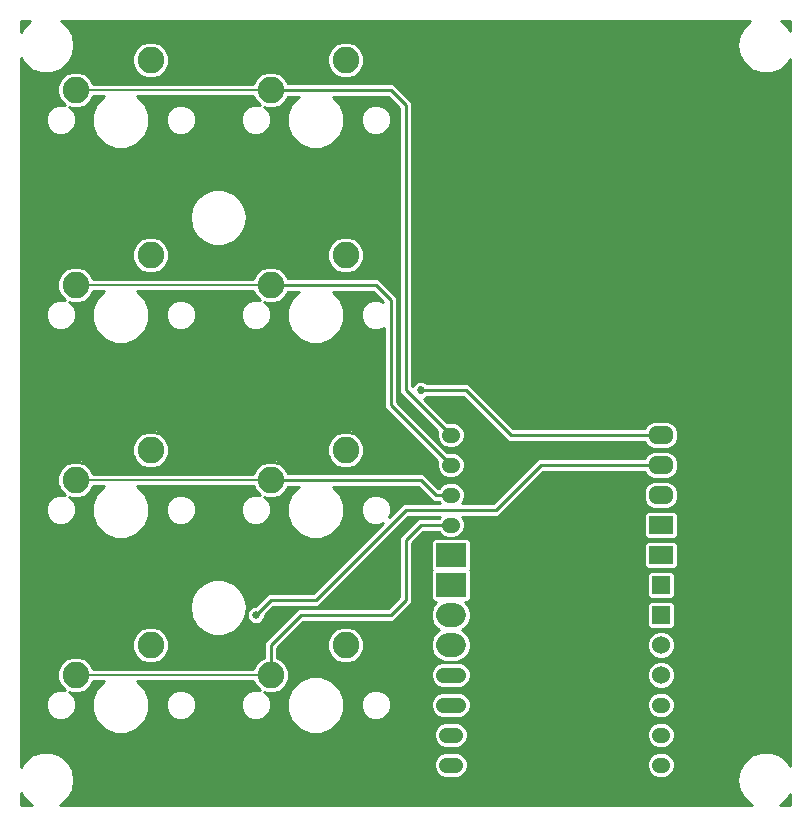
<source format=gtl>
G75*
%MOIN*%
%OFA0B0*%
%FSLAX25Y25*%
%IPPOS*%
%LPD*%
%AMOC8*
5,1,8,0,0,1.08239X$1,22.5*
%
%ADD10C,0.08858*%
%ADD11R,0.06000X0.06000*%
%ADD12C,0.06000*%
%ADD13R,0.08000X0.06000*%
%ADD14C,0.04800*%
%ADD15C,0.05000*%
%ADD16C,0.08000*%
%ADD17R,0.10000X0.08000*%
%ADD18C,0.00600*%
%ADD19C,0.01000*%
%ADD20C,0.02578*%
%ADD21C,0.02700*%
D10*
X0022250Y0051650D03*
X0047250Y0061650D03*
X0087250Y0051650D03*
X0112250Y0061650D03*
X0087250Y0116650D03*
X0112250Y0126650D03*
X0087250Y0181650D03*
X0112250Y0191650D03*
X0087250Y0246650D03*
X0112250Y0256650D03*
X0047250Y0256650D03*
X0022250Y0246650D03*
X0047250Y0191650D03*
X0022250Y0181650D03*
X0047250Y0126650D03*
X0022250Y0116650D03*
D11*
X0217250Y0081650D03*
X0217250Y0071650D03*
D12*
X0217250Y0061650D03*
X0217250Y0051650D03*
D13*
X0217250Y0091650D03*
X0217250Y0101650D03*
D14*
X0215650Y0112250D02*
X0218850Y0112250D01*
X0218850Y0111050D01*
X0215650Y0111050D01*
X0215650Y0112250D01*
X0215650Y0122250D02*
X0218850Y0122250D01*
X0218850Y0121050D01*
X0215650Y0121050D01*
X0215650Y0122250D01*
X0215650Y0132250D02*
X0218850Y0132250D01*
X0218850Y0131050D01*
X0215650Y0131050D01*
X0215650Y0132250D01*
D15*
X0147750Y0131650D02*
X0146750Y0131650D01*
X0146750Y0121650D02*
X0147750Y0121650D01*
X0147750Y0111650D02*
X0146750Y0111650D01*
X0146750Y0101650D02*
X0147750Y0101650D01*
X0149750Y0051650D02*
X0144750Y0051650D01*
X0144750Y0041650D02*
X0149750Y0041650D01*
X0148750Y0031650D02*
X0145750Y0031650D01*
X0145750Y0021650D02*
X0148750Y0021650D01*
X0216750Y0021650D02*
X0217750Y0021650D01*
X0217750Y0031650D02*
X0216750Y0031650D01*
X0216750Y0041650D02*
X0217750Y0041650D01*
D16*
X0148250Y0061650D02*
X0146250Y0061650D01*
X0146250Y0071650D02*
X0148250Y0071650D01*
D17*
X0147250Y0081650D03*
X0147250Y0091650D03*
D18*
X0087250Y0116650D02*
X0022250Y0116650D01*
X0022250Y0051650D02*
X0087250Y0051650D01*
X0087250Y0181650D02*
X0022250Y0181650D01*
X0022250Y0246650D02*
X0087250Y0246650D01*
D19*
X0007570Y0008350D02*
X0003950Y0008350D01*
X0003950Y0012226D01*
X0004938Y0010515D01*
X0004938Y0010515D01*
X0007477Y0008384D01*
X0007477Y0008384D01*
X0007570Y0008350D01*
X0007164Y0008647D02*
X0003950Y0008647D01*
X0003950Y0009646D02*
X0005974Y0009646D01*
X0004863Y0010644D02*
X0003950Y0010644D01*
X0003950Y0011643D02*
X0004287Y0011643D01*
X0003950Y0021074D02*
X0003950Y0257226D01*
X0004938Y0255515D01*
X0004938Y0255515D01*
X0007477Y0253384D01*
X0007477Y0253384D01*
X0010593Y0252250D01*
X0013907Y0252250D01*
X0017022Y0253384D01*
X0017023Y0253384D01*
X0019562Y0255515D01*
X0021219Y0258385D01*
X0021219Y0258385D01*
X0021795Y0261650D01*
X0021219Y0264915D01*
X0019562Y0267785D01*
X0019562Y0267785D01*
X0017339Y0269651D01*
X0247161Y0269651D01*
X0244938Y0267785D01*
X0243281Y0264915D01*
X0242705Y0261650D01*
X0242705Y0261650D01*
X0243281Y0258385D01*
X0244938Y0255515D01*
X0244938Y0255515D01*
X0247477Y0253384D01*
X0247477Y0253384D01*
X0250593Y0252250D01*
X0253907Y0252250D01*
X0257022Y0253384D01*
X0259562Y0255515D01*
X0260471Y0257090D01*
X0260471Y0021210D01*
X0259562Y0022785D01*
X0259562Y0022785D01*
X0257023Y0024916D01*
X0257022Y0024916D01*
X0253907Y0026050D01*
X0250593Y0026050D01*
X0247477Y0024916D01*
X0244938Y0022785D01*
X0243281Y0019915D01*
X0242705Y0016650D01*
X0242705Y0016650D01*
X0243281Y0013385D01*
X0244938Y0010515D01*
X0244938Y0010515D01*
X0247477Y0008384D01*
X0247477Y0008384D01*
X0247570Y0008350D01*
X0016930Y0008350D01*
X0017022Y0008384D01*
X0017023Y0008384D01*
X0019562Y0010515D01*
X0021219Y0013385D01*
X0021219Y0013385D01*
X0021795Y0016650D01*
X0021219Y0019915D01*
X0019562Y0022785D01*
X0019562Y0022785D01*
X0017023Y0024916D01*
X0017022Y0024916D01*
X0013907Y0026050D01*
X0010593Y0026050D01*
X0007477Y0024916D01*
X0004938Y0022785D01*
X0003950Y0021074D01*
X0003950Y0021628D02*
X0004270Y0021628D01*
X0003950Y0022626D02*
X0004846Y0022626D01*
X0004938Y0022785D02*
X0004938Y0022785D01*
X0004938Y0022785D01*
X0003950Y0023625D02*
X0005938Y0023625D01*
X0007128Y0024623D02*
X0003950Y0024623D01*
X0003950Y0025622D02*
X0009416Y0025622D01*
X0007477Y0024916D02*
X0007477Y0024916D01*
X0003950Y0026620D02*
X0260471Y0026620D01*
X0260471Y0025622D02*
X0255084Y0025622D01*
X0257372Y0024623D02*
X0260471Y0024623D01*
X0260471Y0023625D02*
X0258562Y0023625D01*
X0259654Y0022626D02*
X0260471Y0022626D01*
X0260471Y0021628D02*
X0260230Y0021628D01*
X0260471Y0027619D02*
X0218993Y0027619D01*
X0218585Y0027450D02*
X0220129Y0028089D01*
X0221311Y0029271D01*
X0221950Y0030815D01*
X0221950Y0032485D01*
X0221311Y0034029D01*
X0220129Y0035211D01*
X0218585Y0035850D01*
X0215915Y0035850D01*
X0214371Y0035211D01*
X0213189Y0034029D01*
X0212550Y0032485D01*
X0212550Y0030815D01*
X0213189Y0029271D01*
X0214371Y0028089D01*
X0215915Y0027450D01*
X0218585Y0027450D01*
X0218585Y0025850D02*
X0215915Y0025850D01*
X0214371Y0025211D01*
X0213189Y0024029D01*
X0212550Y0022485D01*
X0212550Y0020815D01*
X0213189Y0019271D01*
X0214371Y0018089D01*
X0215915Y0017450D01*
X0218585Y0017450D01*
X0220129Y0018089D01*
X0221311Y0019271D01*
X0221950Y0020815D01*
X0221950Y0022485D01*
X0221311Y0024029D01*
X0220129Y0025211D01*
X0218585Y0025850D01*
X0219137Y0025622D02*
X0249416Y0025622D01*
X0247477Y0024916D02*
X0247477Y0024916D01*
X0247128Y0024623D02*
X0220716Y0024623D01*
X0221478Y0023625D02*
X0245938Y0023625D01*
X0244938Y0022785D02*
X0244938Y0022785D01*
X0244938Y0022785D01*
X0244846Y0022626D02*
X0221892Y0022626D01*
X0221950Y0021628D02*
X0244270Y0021628D01*
X0243693Y0020629D02*
X0221873Y0020629D01*
X0221460Y0019631D02*
X0243231Y0019631D01*
X0243281Y0019915D02*
X0243281Y0019915D01*
X0243055Y0018632D02*
X0220672Y0018632D01*
X0219029Y0017634D02*
X0242878Y0017634D01*
X0242708Y0016635D02*
X0021792Y0016635D01*
X0021795Y0016650D02*
X0021795Y0016650D01*
X0021622Y0017634D02*
X0144471Y0017634D01*
X0144915Y0017450D02*
X0149585Y0017450D01*
X0151129Y0018089D01*
X0152311Y0019271D01*
X0152950Y0020815D01*
X0152950Y0022485D01*
X0152311Y0024029D01*
X0151129Y0025211D01*
X0149585Y0025850D01*
X0144915Y0025850D01*
X0143371Y0025211D01*
X0142189Y0024029D01*
X0141550Y0022485D01*
X0141550Y0020815D01*
X0142189Y0019271D01*
X0143371Y0018089D01*
X0144915Y0017450D01*
X0142828Y0018632D02*
X0021445Y0018632D01*
X0021269Y0019631D02*
X0142040Y0019631D01*
X0141627Y0020629D02*
X0020807Y0020629D01*
X0021219Y0019915D02*
X0021219Y0019915D01*
X0020230Y0021628D02*
X0141550Y0021628D01*
X0141608Y0022626D02*
X0019654Y0022626D01*
X0018562Y0023625D02*
X0142022Y0023625D01*
X0142784Y0024623D02*
X0017372Y0024623D01*
X0015084Y0025622D02*
X0144363Y0025622D01*
X0144915Y0027450D02*
X0149585Y0027450D01*
X0151129Y0028089D01*
X0152311Y0029271D01*
X0152950Y0030815D01*
X0152950Y0032485D01*
X0152311Y0034029D01*
X0151129Y0035211D01*
X0149585Y0035850D01*
X0144915Y0035850D01*
X0143371Y0035211D01*
X0142189Y0034029D01*
X0141550Y0032485D01*
X0141550Y0030815D01*
X0142189Y0029271D01*
X0143371Y0028089D01*
X0144915Y0027450D01*
X0144507Y0027619D02*
X0003950Y0027619D01*
X0003950Y0028617D02*
X0142843Y0028617D01*
X0142047Y0029616D02*
X0003950Y0029616D01*
X0003950Y0030614D02*
X0141633Y0030614D01*
X0141550Y0031613D02*
X0003950Y0031613D01*
X0003950Y0032611D02*
X0034053Y0032611D01*
X0035346Y0032076D02*
X0031827Y0033534D01*
X0029134Y0036227D01*
X0027676Y0039746D01*
X0027676Y0043554D01*
X0029134Y0047073D01*
X0031710Y0049650D01*
X0028056Y0049650D01*
X0027446Y0048178D01*
X0025722Y0046454D01*
X0023469Y0045521D01*
X0021031Y0045521D01*
X0020152Y0045885D01*
X0021528Y0044509D01*
X0022296Y0042654D01*
X0022296Y0040646D01*
X0021528Y0038791D01*
X0020109Y0037372D01*
X0018254Y0036604D01*
X0016246Y0036604D01*
X0014391Y0037372D01*
X0012972Y0038791D01*
X0012204Y0040646D01*
X0012204Y0042654D01*
X0012972Y0044509D01*
X0014391Y0045928D01*
X0016246Y0046696D01*
X0018254Y0046696D01*
X0018735Y0046497D01*
X0017054Y0048178D01*
X0016121Y0050431D01*
X0016121Y0052869D01*
X0017054Y0055122D01*
X0018778Y0056846D01*
X0021031Y0057779D01*
X0023469Y0057779D01*
X0025722Y0056846D01*
X0027446Y0055122D01*
X0028056Y0053650D01*
X0081444Y0053650D01*
X0082054Y0055122D01*
X0083778Y0056846D01*
X0085050Y0057373D01*
X0085050Y0062561D01*
X0095050Y0072561D01*
X0096339Y0073850D01*
X0126339Y0073850D01*
X0130050Y0077561D01*
X0130050Y0097561D01*
X0131339Y0098850D01*
X0136339Y0103850D01*
X0143115Y0103850D01*
X0143189Y0104029D01*
X0143610Y0104450D01*
X0133161Y0104450D01*
X0104450Y0075739D01*
X0103161Y0074450D01*
X0088161Y0074450D01*
X0085239Y0071528D01*
X0085239Y0071055D01*
X0084784Y0069957D01*
X0083943Y0069116D01*
X0082845Y0068661D01*
X0081655Y0068661D01*
X0080557Y0069116D01*
X0079716Y0069957D01*
X0079261Y0071055D01*
X0079261Y0072245D01*
X0079716Y0073343D01*
X0080557Y0074184D01*
X0081655Y0074639D01*
X0082128Y0074639D01*
X0085050Y0077561D01*
X0086339Y0078850D01*
X0101339Y0078850D01*
X0124685Y0102196D01*
X0123254Y0101604D01*
X0121246Y0101604D01*
X0119391Y0102372D01*
X0117972Y0103791D01*
X0117204Y0105646D01*
X0117204Y0107654D01*
X0117972Y0109509D01*
X0119391Y0110928D01*
X0121246Y0111696D01*
X0123254Y0111696D01*
X0125109Y0110928D01*
X0126528Y0109509D01*
X0127296Y0107654D01*
X0127296Y0105646D01*
X0126704Y0104215D01*
X0131339Y0108850D01*
X0143610Y0108850D01*
X0143189Y0109271D01*
X0143115Y0109450D01*
X0141339Y0109450D01*
X0136339Y0114450D01*
X0107990Y0114450D01*
X0110366Y0112073D01*
X0111824Y0108554D01*
X0111824Y0104746D01*
X0110366Y0101227D01*
X0107673Y0098534D01*
X0104154Y0097076D01*
X0100346Y0097076D01*
X0096827Y0098534D01*
X0094134Y0101227D01*
X0092676Y0104746D01*
X0092676Y0108554D01*
X0094134Y0112073D01*
X0096510Y0114450D01*
X0092973Y0114450D01*
X0092446Y0113178D01*
X0090722Y0111454D01*
X0088469Y0110521D01*
X0086031Y0110521D01*
X0085152Y0110885D01*
X0086528Y0109509D01*
X0087296Y0107654D01*
X0087296Y0105646D01*
X0086528Y0103791D01*
X0085109Y0102372D01*
X0083254Y0101604D01*
X0081246Y0101604D01*
X0079391Y0102372D01*
X0077972Y0103791D01*
X0077204Y0105646D01*
X0077204Y0107654D01*
X0077972Y0109509D01*
X0079391Y0110928D01*
X0081246Y0111696D01*
X0083254Y0111696D01*
X0083735Y0111497D01*
X0082054Y0113178D01*
X0081444Y0114650D01*
X0042790Y0114650D01*
X0045366Y0112073D01*
X0046824Y0108554D01*
X0046824Y0104746D01*
X0045366Y0101227D01*
X0042673Y0098534D01*
X0039154Y0097076D01*
X0035346Y0097076D01*
X0031827Y0098534D01*
X0029134Y0101227D01*
X0027676Y0104746D01*
X0027676Y0108554D01*
X0029134Y0112073D01*
X0031710Y0114650D01*
X0028056Y0114650D01*
X0027446Y0113178D01*
X0025722Y0111454D01*
X0023469Y0110521D01*
X0021031Y0110521D01*
X0020152Y0110885D01*
X0021528Y0109509D01*
X0022296Y0107654D01*
X0022296Y0105646D01*
X0021528Y0103791D01*
X0020109Y0102372D01*
X0018254Y0101604D01*
X0016246Y0101604D01*
X0014391Y0102372D01*
X0012972Y0103791D01*
X0012204Y0105646D01*
X0012204Y0107654D01*
X0012972Y0109509D01*
X0014391Y0110928D01*
X0016246Y0111696D01*
X0018254Y0111696D01*
X0018735Y0111497D01*
X0017054Y0113178D01*
X0016121Y0115431D01*
X0016121Y0117869D01*
X0017054Y0120122D01*
X0018778Y0121846D01*
X0021031Y0122779D01*
X0023469Y0122779D01*
X0025722Y0121846D01*
X0027446Y0120122D01*
X0028056Y0118650D01*
X0081444Y0118650D01*
X0082054Y0120122D01*
X0083778Y0121846D01*
X0086031Y0122779D01*
X0088469Y0122779D01*
X0090722Y0121846D01*
X0092446Y0120122D01*
X0092973Y0118850D01*
X0138161Y0118850D01*
X0139450Y0117561D01*
X0143129Y0113883D01*
X0143189Y0114029D01*
X0144371Y0115211D01*
X0145915Y0115850D01*
X0148585Y0115850D01*
X0150129Y0115211D01*
X0151311Y0114029D01*
X0151950Y0112485D01*
X0151950Y0110815D01*
X0151311Y0109271D01*
X0150890Y0108850D01*
X0161339Y0108850D01*
X0175050Y0122561D01*
X0176339Y0123850D01*
X0211875Y0123850D01*
X0212174Y0124572D01*
X0213328Y0125726D01*
X0214834Y0126350D01*
X0219666Y0126350D01*
X0221172Y0125726D01*
X0222326Y0124572D01*
X0222950Y0123066D01*
X0222950Y0120234D01*
X0222326Y0118728D01*
X0221172Y0117574D01*
X0219666Y0116950D01*
X0214834Y0116950D01*
X0213328Y0117574D01*
X0212174Y0118728D01*
X0211875Y0119450D01*
X0178161Y0119450D01*
X0164450Y0105739D01*
X0163161Y0104450D01*
X0150890Y0104450D01*
X0151311Y0104029D01*
X0151950Y0102485D01*
X0151950Y0100815D01*
X0151311Y0099271D01*
X0150129Y0098089D01*
X0148585Y0097450D01*
X0145915Y0097450D01*
X0144371Y0098089D01*
X0143189Y0099271D01*
X0143115Y0099450D01*
X0138161Y0099450D01*
X0134450Y0095739D01*
X0134450Y0075739D01*
X0133161Y0074450D01*
X0129450Y0070739D01*
X0128161Y0069450D01*
X0098161Y0069450D01*
X0089450Y0060739D01*
X0089450Y0057373D01*
X0090722Y0056846D01*
X0092446Y0055122D01*
X0093379Y0052869D01*
X0093379Y0050431D01*
X0092446Y0048178D01*
X0090722Y0046454D01*
X0088469Y0045521D01*
X0086031Y0045521D01*
X0085152Y0045885D01*
X0086528Y0044509D01*
X0087296Y0042654D01*
X0087296Y0040646D01*
X0086528Y0038791D01*
X0085109Y0037372D01*
X0083254Y0036604D01*
X0081246Y0036604D01*
X0079391Y0037372D01*
X0077972Y0038791D01*
X0077204Y0040646D01*
X0077204Y0042654D01*
X0077972Y0044509D01*
X0079391Y0045928D01*
X0081246Y0046696D01*
X0083254Y0046696D01*
X0083735Y0046497D01*
X0082054Y0048178D01*
X0081444Y0049650D01*
X0042790Y0049650D01*
X0045366Y0047073D01*
X0046824Y0043554D01*
X0046824Y0039746D01*
X0045366Y0036227D01*
X0042673Y0033534D01*
X0039154Y0032076D01*
X0035346Y0032076D01*
X0031750Y0033610D02*
X0003950Y0033610D01*
X0003950Y0034608D02*
X0030752Y0034608D01*
X0029753Y0035607D02*
X0003950Y0035607D01*
X0003950Y0036605D02*
X0016242Y0036605D01*
X0018258Y0036605D02*
X0028977Y0036605D01*
X0028563Y0037604D02*
X0020341Y0037604D01*
X0021339Y0038602D02*
X0028150Y0038602D01*
X0027736Y0039601D02*
X0021863Y0039601D01*
X0022277Y0040599D02*
X0027676Y0040599D01*
X0027676Y0041598D02*
X0022296Y0041598D01*
X0022296Y0042596D02*
X0027676Y0042596D01*
X0027693Y0043595D02*
X0021907Y0043595D01*
X0021443Y0044593D02*
X0028106Y0044593D01*
X0028520Y0045592D02*
X0023641Y0045592D01*
X0025858Y0046590D02*
X0028934Y0046590D01*
X0029649Y0047589D02*
X0026857Y0047589D01*
X0027616Y0048587D02*
X0030648Y0048587D01*
X0031646Y0049586D02*
X0028029Y0049586D01*
X0027671Y0054579D02*
X0081829Y0054579D01*
X0082509Y0055577D02*
X0048605Y0055577D01*
X0048469Y0055521D02*
X0050722Y0056454D01*
X0052446Y0058178D01*
X0053379Y0060431D01*
X0053379Y0062869D01*
X0052446Y0065122D01*
X0050722Y0066846D01*
X0048469Y0067779D01*
X0046031Y0067779D01*
X0043778Y0066846D01*
X0042054Y0065122D01*
X0041121Y0062869D01*
X0041121Y0060431D01*
X0042054Y0058178D01*
X0043778Y0056454D01*
X0046031Y0055521D01*
X0048469Y0055521D01*
X0045895Y0055577D02*
X0026991Y0055577D01*
X0025992Y0056576D02*
X0043657Y0056576D01*
X0042658Y0057574D02*
X0023964Y0057574D01*
X0020536Y0057574D02*
X0003950Y0057574D01*
X0003950Y0056576D02*
X0018508Y0056576D01*
X0017509Y0055577D02*
X0003950Y0055577D01*
X0003950Y0054579D02*
X0016829Y0054579D01*
X0016415Y0053580D02*
X0003950Y0053580D01*
X0003950Y0052582D02*
X0016121Y0052582D01*
X0016121Y0051583D02*
X0003950Y0051583D01*
X0003950Y0050584D02*
X0016121Y0050584D01*
X0016471Y0049586D02*
X0003950Y0049586D01*
X0003950Y0048587D02*
X0016884Y0048587D01*
X0017643Y0047589D02*
X0003950Y0047589D01*
X0003950Y0046590D02*
X0015990Y0046590D01*
X0014055Y0045592D02*
X0003950Y0045592D01*
X0003950Y0044593D02*
X0013057Y0044593D01*
X0012593Y0043595D02*
X0003950Y0043595D01*
X0003950Y0042596D02*
X0012204Y0042596D01*
X0012204Y0041598D02*
X0003950Y0041598D01*
X0003950Y0040599D02*
X0012223Y0040599D01*
X0012637Y0039601D02*
X0003950Y0039601D01*
X0003950Y0038602D02*
X0013161Y0038602D01*
X0014159Y0037604D02*
X0003950Y0037604D01*
X0018510Y0046590D02*
X0018642Y0046590D01*
X0020445Y0045592D02*
X0020859Y0045592D01*
X0003950Y0058573D02*
X0041891Y0058573D01*
X0041477Y0059571D02*
X0003950Y0059571D01*
X0003950Y0060570D02*
X0041121Y0060570D01*
X0041121Y0061568D02*
X0003950Y0061568D01*
X0003950Y0062567D02*
X0041121Y0062567D01*
X0041409Y0063565D02*
X0003950Y0063565D01*
X0003950Y0064564D02*
X0041823Y0064564D01*
X0042494Y0065562D02*
X0003950Y0065562D01*
X0003950Y0066561D02*
X0043493Y0066561D01*
X0045500Y0067559D02*
X0003950Y0067559D01*
X0003950Y0068558D02*
X0062125Y0068558D01*
X0062438Y0068015D02*
X0062438Y0068015D01*
X0060781Y0070885D01*
X0060781Y0070885D01*
X0060205Y0074150D01*
X0060205Y0074150D01*
X0060781Y0077415D01*
X0060781Y0077415D01*
X0062438Y0080285D01*
X0062438Y0080285D01*
X0062438Y0080285D01*
X0064977Y0082416D01*
X0064977Y0082416D01*
X0068093Y0083550D01*
X0071407Y0083550D01*
X0074522Y0082416D01*
X0074523Y0082416D01*
X0077062Y0080285D01*
X0077062Y0080285D01*
X0078719Y0077415D01*
X0078719Y0077415D01*
X0079295Y0074150D01*
X0078719Y0070885D01*
X0078719Y0070885D01*
X0077062Y0068015D01*
X0074523Y0065884D01*
X0074522Y0065884D01*
X0071407Y0064750D01*
X0068880Y0064750D01*
X0068093Y0064750D01*
X0064977Y0065884D01*
X0064977Y0065884D01*
X0062438Y0068015D01*
X0062981Y0067559D02*
X0049000Y0067559D01*
X0051007Y0066561D02*
X0064171Y0066561D01*
X0065861Y0065562D02*
X0052006Y0065562D01*
X0052677Y0064564D02*
X0087052Y0064564D01*
X0086054Y0063565D02*
X0053091Y0063565D01*
X0053379Y0062567D02*
X0085055Y0062567D01*
X0085050Y0061568D02*
X0053379Y0061568D01*
X0053379Y0060570D02*
X0085050Y0060570D01*
X0085050Y0059571D02*
X0053023Y0059571D01*
X0052609Y0058573D02*
X0085050Y0058573D01*
X0085050Y0057574D02*
X0051842Y0057574D01*
X0050843Y0056576D02*
X0083508Y0056576D01*
X0089450Y0057574D02*
X0107658Y0057574D01*
X0107054Y0058178D02*
X0108778Y0056454D01*
X0111031Y0055521D01*
X0113469Y0055521D01*
X0115722Y0056454D01*
X0117446Y0058178D01*
X0118379Y0060431D01*
X0118379Y0062869D01*
X0117446Y0065122D01*
X0115722Y0066846D01*
X0113469Y0067779D01*
X0111031Y0067779D01*
X0108778Y0066846D01*
X0107054Y0065122D01*
X0106121Y0062869D01*
X0106121Y0060431D01*
X0107054Y0058178D01*
X0106891Y0058573D02*
X0089450Y0058573D01*
X0089450Y0059571D02*
X0106477Y0059571D01*
X0106121Y0060570D02*
X0089450Y0060570D01*
X0090279Y0061568D02*
X0106121Y0061568D01*
X0106121Y0062567D02*
X0091278Y0062567D01*
X0092276Y0063565D02*
X0106409Y0063565D01*
X0106823Y0064564D02*
X0093275Y0064564D01*
X0094273Y0065562D02*
X0107494Y0065562D01*
X0108493Y0066561D02*
X0095272Y0066561D01*
X0096270Y0067559D02*
X0110500Y0067559D01*
X0114000Y0067559D02*
X0142280Y0067559D01*
X0143021Y0066818D02*
X0141418Y0068421D01*
X0140550Y0070516D01*
X0140550Y0072784D01*
X0141418Y0074879D01*
X0142489Y0075950D01*
X0141546Y0075950D01*
X0140550Y0076946D01*
X0140550Y0086354D01*
X0140846Y0086650D01*
X0140550Y0086946D01*
X0140550Y0096354D01*
X0141546Y0097350D01*
X0152954Y0097350D01*
X0153950Y0096354D01*
X0153950Y0086946D01*
X0153654Y0086650D01*
X0153950Y0086354D01*
X0153950Y0076946D01*
X0152954Y0075950D01*
X0152011Y0075950D01*
X0153082Y0074879D01*
X0153950Y0072784D01*
X0153950Y0070516D01*
X0153082Y0068421D01*
X0151479Y0066818D01*
X0151074Y0066650D01*
X0151479Y0066482D01*
X0153082Y0064879D01*
X0153950Y0062784D01*
X0153950Y0060516D01*
X0153082Y0058421D01*
X0151479Y0056818D01*
X0149384Y0055950D01*
X0145116Y0055950D01*
X0143021Y0056818D01*
X0141418Y0058421D01*
X0140550Y0060516D01*
X0140550Y0062784D01*
X0141418Y0064879D01*
X0143021Y0066482D01*
X0143426Y0066650D01*
X0143021Y0066818D01*
X0143211Y0066561D02*
X0116007Y0066561D01*
X0117006Y0065562D02*
X0142101Y0065562D01*
X0141287Y0064564D02*
X0117677Y0064564D01*
X0118091Y0063565D02*
X0140874Y0063565D01*
X0140550Y0062567D02*
X0118379Y0062567D01*
X0118379Y0061568D02*
X0140550Y0061568D01*
X0140550Y0060570D02*
X0118379Y0060570D01*
X0118023Y0059571D02*
X0140941Y0059571D01*
X0141355Y0058573D02*
X0117609Y0058573D01*
X0116842Y0057574D02*
X0142265Y0057574D01*
X0143606Y0056576D02*
X0115843Y0056576D01*
X0113605Y0055577D02*
X0143256Y0055577D01*
X0143915Y0055850D02*
X0142371Y0055211D01*
X0141189Y0054029D01*
X0140550Y0052485D01*
X0140550Y0050815D01*
X0141189Y0049271D01*
X0142371Y0048089D01*
X0143915Y0047450D01*
X0150585Y0047450D01*
X0152129Y0048089D01*
X0153311Y0049271D01*
X0153950Y0050815D01*
X0153950Y0052485D01*
X0153311Y0054029D01*
X0152129Y0055211D01*
X0150585Y0055850D01*
X0143915Y0055850D01*
X0141739Y0054579D02*
X0092671Y0054579D01*
X0093085Y0053580D02*
X0141003Y0053580D01*
X0140590Y0052582D02*
X0093379Y0052582D01*
X0093379Y0051583D02*
X0140550Y0051583D01*
X0140645Y0050584D02*
X0105698Y0050584D01*
X0104154Y0051224D02*
X0100346Y0051224D01*
X0096827Y0049766D01*
X0094134Y0047073D01*
X0092676Y0043554D01*
X0092676Y0039746D01*
X0094134Y0036227D01*
X0096827Y0033534D01*
X0100346Y0032076D01*
X0104154Y0032076D01*
X0107673Y0033534D01*
X0110366Y0036227D01*
X0111824Y0039746D01*
X0111824Y0043554D01*
X0110366Y0047073D01*
X0107673Y0049766D01*
X0104154Y0051224D01*
X0107854Y0049586D02*
X0141059Y0049586D01*
X0141873Y0048587D02*
X0108852Y0048587D01*
X0109851Y0047589D02*
X0143579Y0047589D01*
X0143915Y0045850D02*
X0142371Y0045211D01*
X0141189Y0044029D01*
X0140550Y0042485D01*
X0140550Y0040815D01*
X0141189Y0039271D01*
X0142371Y0038089D01*
X0143915Y0037450D01*
X0150585Y0037450D01*
X0152129Y0038089D01*
X0153311Y0039271D01*
X0153950Y0040815D01*
X0153950Y0042485D01*
X0153311Y0044029D01*
X0152129Y0045211D01*
X0150585Y0045850D01*
X0143915Y0045850D01*
X0143292Y0045592D02*
X0125445Y0045592D01*
X0125109Y0045928D02*
X0123254Y0046696D01*
X0121246Y0046696D01*
X0119391Y0045928D01*
X0117972Y0044509D01*
X0117204Y0042654D01*
X0117204Y0040646D01*
X0117972Y0038791D01*
X0119391Y0037372D01*
X0121246Y0036604D01*
X0123254Y0036604D01*
X0125109Y0037372D01*
X0126528Y0038791D01*
X0127296Y0040646D01*
X0127296Y0042654D01*
X0126528Y0044509D01*
X0125109Y0045928D01*
X0123510Y0046590D02*
X0260471Y0046590D01*
X0260471Y0045592D02*
X0219208Y0045592D01*
X0218585Y0045850D02*
X0215915Y0045850D01*
X0214371Y0045211D01*
X0213189Y0044029D01*
X0212550Y0042485D01*
X0212550Y0040815D01*
X0213189Y0039271D01*
X0214371Y0038089D01*
X0215915Y0037450D01*
X0218585Y0037450D01*
X0220129Y0038089D01*
X0221311Y0039271D01*
X0221950Y0040815D01*
X0221950Y0042485D01*
X0221311Y0044029D01*
X0220129Y0045211D01*
X0218585Y0045850D01*
X0218185Y0046950D02*
X0216315Y0046950D01*
X0214588Y0047666D01*
X0213266Y0048988D01*
X0212550Y0050715D01*
X0212550Y0052585D01*
X0213266Y0054312D01*
X0214588Y0055634D01*
X0216315Y0056350D01*
X0218185Y0056350D01*
X0219912Y0055634D01*
X0221234Y0054312D01*
X0221950Y0052585D01*
X0221950Y0050715D01*
X0221234Y0048988D01*
X0219912Y0047666D01*
X0218185Y0046950D01*
X0219727Y0047589D02*
X0260471Y0047589D01*
X0260471Y0048587D02*
X0220834Y0048587D01*
X0221482Y0049586D02*
X0260471Y0049586D01*
X0260471Y0050584D02*
X0221896Y0050584D01*
X0221950Y0051583D02*
X0260471Y0051583D01*
X0260471Y0052582D02*
X0221950Y0052582D01*
X0221538Y0053580D02*
X0260471Y0053580D01*
X0260471Y0054579D02*
X0220968Y0054579D01*
X0219970Y0055577D02*
X0260471Y0055577D01*
X0260471Y0056576D02*
X0150894Y0056576D01*
X0151244Y0055577D02*
X0214530Y0055577D01*
X0213532Y0054579D02*
X0152761Y0054579D01*
X0153497Y0053580D02*
X0212962Y0053580D01*
X0212550Y0052582D02*
X0153910Y0052582D01*
X0153950Y0051583D02*
X0212550Y0051583D01*
X0212604Y0050584D02*
X0153855Y0050584D01*
X0153441Y0049586D02*
X0213018Y0049586D01*
X0213666Y0048587D02*
X0152627Y0048587D01*
X0150921Y0047589D02*
X0214772Y0047589D01*
X0215292Y0045592D02*
X0151208Y0045592D01*
X0152746Y0044593D02*
X0213754Y0044593D01*
X0213010Y0043595D02*
X0153490Y0043595D01*
X0153904Y0042596D02*
X0212596Y0042596D01*
X0212550Y0041598D02*
X0153950Y0041598D01*
X0153861Y0040599D02*
X0212639Y0040599D01*
X0213053Y0039601D02*
X0153447Y0039601D01*
X0152642Y0038602D02*
X0213858Y0038602D01*
X0215543Y0037604D02*
X0150957Y0037604D01*
X0150172Y0035607D02*
X0215328Y0035607D01*
X0213769Y0034608D02*
X0151731Y0034608D01*
X0152484Y0033610D02*
X0213016Y0033610D01*
X0212602Y0032611D02*
X0152898Y0032611D01*
X0152950Y0031613D02*
X0212550Y0031613D01*
X0212633Y0030614D02*
X0152867Y0030614D01*
X0152453Y0029616D02*
X0213047Y0029616D01*
X0213843Y0028617D02*
X0151657Y0028617D01*
X0149993Y0027619D02*
X0215507Y0027619D01*
X0215363Y0025622D02*
X0150137Y0025622D01*
X0151716Y0024623D02*
X0213784Y0024623D01*
X0213022Y0023625D02*
X0152478Y0023625D01*
X0152892Y0022626D02*
X0212608Y0022626D01*
X0212550Y0021628D02*
X0152950Y0021628D01*
X0152873Y0020629D02*
X0212627Y0020629D01*
X0213040Y0019631D02*
X0152460Y0019631D01*
X0151672Y0018632D02*
X0213828Y0018632D01*
X0215471Y0017634D02*
X0150029Y0017634D01*
X0141602Y0032611D02*
X0105447Y0032611D01*
X0107750Y0033610D02*
X0142016Y0033610D01*
X0142769Y0034608D02*
X0108748Y0034608D01*
X0109747Y0035607D02*
X0144328Y0035607D01*
X0143543Y0037604D02*
X0125341Y0037604D01*
X0126339Y0038602D02*
X0141858Y0038602D01*
X0141053Y0039601D02*
X0126863Y0039601D01*
X0127277Y0040599D02*
X0140639Y0040599D01*
X0140550Y0041598D02*
X0127296Y0041598D01*
X0127296Y0042596D02*
X0140596Y0042596D01*
X0141010Y0043595D02*
X0126907Y0043595D01*
X0126443Y0044593D02*
X0141754Y0044593D01*
X0152235Y0057574D02*
X0214808Y0057574D01*
X0214588Y0057666D02*
X0216315Y0056950D01*
X0218185Y0056950D01*
X0219912Y0057666D01*
X0221234Y0058988D01*
X0221950Y0060715D01*
X0221950Y0062585D01*
X0221234Y0064312D01*
X0219912Y0065634D01*
X0218185Y0066350D01*
X0216315Y0066350D01*
X0214588Y0065634D01*
X0213266Y0064312D01*
X0212550Y0062585D01*
X0212550Y0060715D01*
X0213266Y0058988D01*
X0214588Y0057666D01*
X0213681Y0058573D02*
X0153145Y0058573D01*
X0153559Y0059571D02*
X0213024Y0059571D01*
X0212610Y0060570D02*
X0153950Y0060570D01*
X0153950Y0061568D02*
X0212550Y0061568D01*
X0212550Y0062567D02*
X0153950Y0062567D01*
X0153626Y0063565D02*
X0212956Y0063565D01*
X0213517Y0064564D02*
X0153213Y0064564D01*
X0152399Y0065562D02*
X0214515Y0065562D01*
X0213546Y0066950D02*
X0220954Y0066950D01*
X0221950Y0067946D01*
X0221950Y0075354D01*
X0220954Y0076350D01*
X0213546Y0076350D01*
X0212550Y0075354D01*
X0212550Y0067946D01*
X0213546Y0066950D01*
X0212937Y0067559D02*
X0152220Y0067559D01*
X0153139Y0068558D02*
X0212550Y0068558D01*
X0212550Y0069556D02*
X0153552Y0069556D01*
X0153950Y0070555D02*
X0212550Y0070555D01*
X0212550Y0071553D02*
X0153950Y0071553D01*
X0153950Y0072552D02*
X0212550Y0072552D01*
X0212550Y0073550D02*
X0153633Y0073550D01*
X0153219Y0074549D02*
X0212550Y0074549D01*
X0212743Y0075547D02*
X0152414Y0075547D01*
X0153550Y0076546D02*
X0260471Y0076546D01*
X0260471Y0077544D02*
X0221548Y0077544D01*
X0221950Y0077946D02*
X0221950Y0085354D01*
X0220954Y0086350D01*
X0213546Y0086350D01*
X0212550Y0085354D01*
X0212550Y0077946D01*
X0213546Y0076950D01*
X0220954Y0076950D01*
X0221950Y0077946D01*
X0221950Y0078543D02*
X0260471Y0078543D01*
X0260471Y0079541D02*
X0221950Y0079541D01*
X0221950Y0080540D02*
X0260471Y0080540D01*
X0260471Y0081538D02*
X0221950Y0081538D01*
X0221950Y0082537D02*
X0260471Y0082537D01*
X0260471Y0083535D02*
X0221950Y0083535D01*
X0221950Y0084534D02*
X0260471Y0084534D01*
X0260471Y0085532D02*
X0221772Y0085532D01*
X0221954Y0086950D02*
X0222950Y0087946D01*
X0222950Y0095354D01*
X0221954Y0096350D01*
X0212546Y0096350D01*
X0211550Y0095354D01*
X0211550Y0087946D01*
X0212546Y0086950D01*
X0221954Y0086950D01*
X0222534Y0087529D02*
X0260471Y0087529D01*
X0260471Y0086531D02*
X0153773Y0086531D01*
X0153950Y0087529D02*
X0211966Y0087529D01*
X0211550Y0088528D02*
X0153950Y0088528D01*
X0153950Y0089526D02*
X0211550Y0089526D01*
X0211550Y0090525D02*
X0153950Y0090525D01*
X0153950Y0091523D02*
X0211550Y0091523D01*
X0211550Y0092522D02*
X0153950Y0092522D01*
X0153950Y0093520D02*
X0211550Y0093520D01*
X0211550Y0094519D02*
X0153950Y0094519D01*
X0153950Y0095518D02*
X0211713Y0095518D01*
X0212546Y0096950D02*
X0211550Y0097946D01*
X0211550Y0105354D01*
X0212546Y0106350D01*
X0221954Y0106350D01*
X0222950Y0105354D01*
X0222950Y0097946D01*
X0221954Y0096950D01*
X0212546Y0096950D01*
X0211981Y0097515D02*
X0148741Y0097515D01*
X0150553Y0098513D02*
X0211550Y0098513D01*
X0211550Y0099512D02*
X0151410Y0099512D01*
X0151824Y0100510D02*
X0211550Y0100510D01*
X0211550Y0101509D02*
X0151950Y0101509D01*
X0151941Y0102507D02*
X0211550Y0102507D01*
X0211550Y0103506D02*
X0151527Y0103506D01*
X0147250Y0101650D02*
X0137250Y0101650D01*
X0132250Y0096650D01*
X0132250Y0076650D01*
X0127250Y0071650D01*
X0097250Y0071650D01*
X0087250Y0061650D01*
X0087250Y0051650D01*
X0082643Y0047589D02*
X0044851Y0047589D01*
X0045566Y0046590D02*
X0055990Y0046590D01*
X0056246Y0046696D02*
X0054391Y0045928D01*
X0052972Y0044509D01*
X0052204Y0042654D01*
X0052204Y0040646D01*
X0052972Y0038791D01*
X0054391Y0037372D01*
X0056246Y0036604D01*
X0058254Y0036604D01*
X0060109Y0037372D01*
X0061528Y0038791D01*
X0062296Y0040646D01*
X0062296Y0042654D01*
X0061528Y0044509D01*
X0060109Y0045928D01*
X0058254Y0046696D01*
X0056246Y0046696D01*
X0058510Y0046590D02*
X0080990Y0046590D01*
X0079055Y0045592D02*
X0060445Y0045592D01*
X0061443Y0044593D02*
X0078057Y0044593D01*
X0077593Y0043595D02*
X0061907Y0043595D01*
X0062296Y0042596D02*
X0077204Y0042596D01*
X0077204Y0041598D02*
X0062296Y0041598D01*
X0062277Y0040599D02*
X0077223Y0040599D01*
X0077637Y0039601D02*
X0061863Y0039601D01*
X0061339Y0038602D02*
X0078161Y0038602D01*
X0079159Y0037604D02*
X0060341Y0037604D01*
X0058258Y0036605D02*
X0081242Y0036605D01*
X0083258Y0036605D02*
X0093977Y0036605D01*
X0093563Y0037604D02*
X0085341Y0037604D01*
X0086339Y0038602D02*
X0093150Y0038602D01*
X0092736Y0039601D02*
X0086863Y0039601D01*
X0087277Y0040599D02*
X0092676Y0040599D01*
X0092676Y0041598D02*
X0087296Y0041598D01*
X0087296Y0042596D02*
X0092676Y0042596D01*
X0092693Y0043595D02*
X0086907Y0043595D01*
X0086443Y0044593D02*
X0093106Y0044593D01*
X0093520Y0045592D02*
X0088641Y0045592D01*
X0090858Y0046590D02*
X0093934Y0046590D01*
X0094649Y0047589D02*
X0091857Y0047589D01*
X0092616Y0048587D02*
X0095648Y0048587D01*
X0096646Y0049586D02*
X0093029Y0049586D01*
X0093379Y0050584D02*
X0098802Y0050584D01*
X0091991Y0055577D02*
X0110895Y0055577D01*
X0108657Y0056576D02*
X0090992Y0056576D01*
X0088051Y0065562D02*
X0073639Y0065562D01*
X0075329Y0066561D02*
X0089049Y0066561D01*
X0090048Y0067559D02*
X0076519Y0067559D01*
X0077375Y0068558D02*
X0091046Y0068558D01*
X0092045Y0069556D02*
X0084383Y0069556D01*
X0085032Y0070555D02*
X0093043Y0070555D01*
X0094042Y0071553D02*
X0085265Y0071553D01*
X0086263Y0072552D02*
X0095040Y0072552D01*
X0096039Y0073550D02*
X0087262Y0073550D01*
X0087250Y0076650D02*
X0102250Y0076650D01*
X0132250Y0106650D01*
X0162250Y0106650D01*
X0177250Y0121650D01*
X0217250Y0121650D01*
X0221425Y0125473D02*
X0260471Y0125473D01*
X0260471Y0126471D02*
X0145540Y0126471D01*
X0146161Y0125850D02*
X0129450Y0142561D01*
X0129450Y0177561D01*
X0128161Y0178850D01*
X0124450Y0182561D01*
X0123161Y0183850D01*
X0092973Y0183850D01*
X0092446Y0185122D01*
X0090722Y0186846D01*
X0088469Y0187779D01*
X0086031Y0187779D01*
X0083778Y0186846D01*
X0082054Y0185122D01*
X0081444Y0183650D01*
X0028056Y0183650D01*
X0027446Y0185122D01*
X0025722Y0186846D01*
X0023469Y0187779D01*
X0021031Y0187779D01*
X0018778Y0186846D01*
X0017054Y0185122D01*
X0016121Y0182869D01*
X0016121Y0180431D01*
X0017054Y0178178D01*
X0018735Y0176497D01*
X0018254Y0176696D01*
X0016246Y0176696D01*
X0014391Y0175928D01*
X0012972Y0174509D01*
X0012204Y0172654D01*
X0012204Y0170646D01*
X0012972Y0168791D01*
X0014391Y0167372D01*
X0016246Y0166604D01*
X0018254Y0166604D01*
X0020109Y0167372D01*
X0021528Y0168791D01*
X0022296Y0170646D01*
X0022296Y0172654D01*
X0021528Y0174509D01*
X0020152Y0175885D01*
X0021031Y0175521D01*
X0023469Y0175521D01*
X0025722Y0176454D01*
X0027446Y0178178D01*
X0028056Y0179650D01*
X0031710Y0179650D01*
X0029134Y0177073D01*
X0027676Y0173554D01*
X0027676Y0169746D01*
X0029134Y0166227D01*
X0031827Y0163534D01*
X0035346Y0162076D01*
X0039154Y0162076D01*
X0042673Y0163534D01*
X0045366Y0166227D01*
X0046824Y0169746D01*
X0046824Y0173554D01*
X0045366Y0177073D01*
X0042790Y0179650D01*
X0081444Y0179650D01*
X0082054Y0178178D01*
X0083735Y0176497D01*
X0083254Y0176696D01*
X0081246Y0176696D01*
X0079391Y0175928D01*
X0077972Y0174509D01*
X0077204Y0172654D01*
X0077204Y0170646D01*
X0077972Y0168791D01*
X0079391Y0167372D01*
X0081246Y0166604D01*
X0083254Y0166604D01*
X0085109Y0167372D01*
X0086528Y0168791D01*
X0087296Y0170646D01*
X0087296Y0172654D01*
X0086528Y0174509D01*
X0085152Y0175885D01*
X0086031Y0175521D01*
X0088469Y0175521D01*
X0090722Y0176454D01*
X0092446Y0178178D01*
X0092973Y0179450D01*
X0096510Y0179450D01*
X0094134Y0177073D01*
X0092676Y0173554D01*
X0092676Y0169746D01*
X0094134Y0166227D01*
X0096827Y0163534D01*
X0100346Y0162076D01*
X0104154Y0162076D01*
X0107673Y0163534D01*
X0110366Y0166227D01*
X0111824Y0169746D01*
X0111824Y0173554D01*
X0110366Y0177073D01*
X0107990Y0179450D01*
X0121339Y0179450D01*
X0124685Y0176104D01*
X0123254Y0176696D01*
X0121246Y0176696D01*
X0119391Y0175928D01*
X0117972Y0174509D01*
X0117204Y0172654D01*
X0117204Y0170646D01*
X0117972Y0168791D01*
X0119391Y0167372D01*
X0121246Y0166604D01*
X0123254Y0166604D01*
X0125050Y0167348D01*
X0125050Y0140739D01*
X0126339Y0139450D01*
X0142771Y0123018D01*
X0142550Y0122485D01*
X0142550Y0120815D01*
X0143189Y0119271D01*
X0144371Y0118089D01*
X0145915Y0117450D01*
X0148585Y0117450D01*
X0150129Y0118089D01*
X0151311Y0119271D01*
X0151950Y0120815D01*
X0151950Y0122485D01*
X0151311Y0124029D01*
X0150129Y0125211D01*
X0148585Y0125850D01*
X0146161Y0125850D01*
X0145915Y0127450D02*
X0144371Y0128089D01*
X0143189Y0129271D01*
X0142550Y0130815D01*
X0142550Y0132485D01*
X0142771Y0133018D01*
X0131339Y0144450D01*
X0131339Y0144450D01*
X0130050Y0145739D01*
X0130050Y0240739D01*
X0126339Y0244450D01*
X0107990Y0244450D01*
X0110366Y0242073D01*
X0111824Y0238554D01*
X0111824Y0234746D01*
X0110366Y0231227D01*
X0107673Y0228534D01*
X0104154Y0227076D01*
X0100346Y0227076D01*
X0096827Y0228534D01*
X0094134Y0231227D01*
X0092676Y0234746D01*
X0092676Y0238554D01*
X0094134Y0242073D01*
X0096510Y0244450D01*
X0092973Y0244450D01*
X0092446Y0243178D01*
X0090722Y0241454D01*
X0088469Y0240521D01*
X0086031Y0240521D01*
X0085152Y0240885D01*
X0086528Y0239509D01*
X0087296Y0237654D01*
X0087296Y0235646D01*
X0086528Y0233791D01*
X0085109Y0232372D01*
X0083254Y0231604D01*
X0081246Y0231604D01*
X0079391Y0232372D01*
X0077972Y0233791D01*
X0077204Y0235646D01*
X0077204Y0237654D01*
X0077972Y0239509D01*
X0079391Y0240928D01*
X0081246Y0241696D01*
X0083254Y0241696D01*
X0083735Y0241497D01*
X0082054Y0243178D01*
X0081444Y0244650D01*
X0042790Y0244650D01*
X0045366Y0242073D01*
X0046824Y0238554D01*
X0046824Y0234746D01*
X0045366Y0231227D01*
X0042673Y0228534D01*
X0039154Y0227076D01*
X0035346Y0227076D01*
X0031827Y0228534D01*
X0029134Y0231227D01*
X0027676Y0234746D01*
X0027676Y0238554D01*
X0029134Y0242073D01*
X0031710Y0244650D01*
X0028056Y0244650D01*
X0027446Y0243178D01*
X0025722Y0241454D01*
X0023469Y0240521D01*
X0021031Y0240521D01*
X0020152Y0240885D01*
X0021528Y0239509D01*
X0022296Y0237654D01*
X0022296Y0235646D01*
X0021528Y0233791D01*
X0020109Y0232372D01*
X0018254Y0231604D01*
X0016246Y0231604D01*
X0014391Y0232372D01*
X0012972Y0233791D01*
X0012204Y0235646D01*
X0012204Y0237654D01*
X0012972Y0239509D01*
X0014391Y0240928D01*
X0016246Y0241696D01*
X0018254Y0241696D01*
X0018735Y0241497D01*
X0017054Y0243178D01*
X0016121Y0245431D01*
X0016121Y0247869D01*
X0017054Y0250122D01*
X0018778Y0251846D01*
X0021031Y0252779D01*
X0023469Y0252779D01*
X0025722Y0251846D01*
X0027446Y0250122D01*
X0028056Y0248650D01*
X0081444Y0248650D01*
X0082054Y0250122D01*
X0083778Y0251846D01*
X0086031Y0252779D01*
X0088469Y0252779D01*
X0090722Y0251846D01*
X0092446Y0250122D01*
X0092973Y0248850D01*
X0128161Y0248850D01*
X0129450Y0247561D01*
X0133161Y0243850D01*
X0133161Y0243850D01*
X0134450Y0242561D01*
X0134450Y0147860D01*
X0134664Y0148378D01*
X0135522Y0149236D01*
X0136643Y0149700D01*
X0137857Y0149700D01*
X0138978Y0149236D01*
X0139363Y0148850D01*
X0153161Y0148850D01*
X0154450Y0147561D01*
X0168161Y0133850D01*
X0211875Y0133850D01*
X0212174Y0134572D01*
X0213328Y0135726D01*
X0214834Y0136350D01*
X0219666Y0136350D01*
X0221172Y0135726D01*
X0222326Y0134572D01*
X0222950Y0133066D01*
X0222950Y0130234D01*
X0222326Y0128728D01*
X0221172Y0127574D01*
X0219666Y0126950D01*
X0214834Y0126950D01*
X0213328Y0127574D01*
X0212174Y0128728D01*
X0211875Y0129450D01*
X0166339Y0129450D01*
X0151339Y0144450D01*
X0139363Y0144450D01*
X0138978Y0144064D01*
X0138249Y0143762D01*
X0146161Y0135850D01*
X0148585Y0135850D01*
X0150129Y0135211D01*
X0151311Y0134029D01*
X0151950Y0132485D01*
X0151950Y0130815D01*
X0151311Y0129271D01*
X0150129Y0128089D01*
X0148585Y0127450D01*
X0145915Y0127450D01*
X0145867Y0127470D02*
X0144541Y0127470D01*
X0143992Y0128468D02*
X0143543Y0128468D01*
X0143108Y0129467D02*
X0142544Y0129467D01*
X0142695Y0130465D02*
X0141546Y0130465D01*
X0140547Y0131464D02*
X0142550Y0131464D01*
X0142550Y0132462D02*
X0139549Y0132462D01*
X0138550Y0133461D02*
X0142328Y0133461D01*
X0141329Y0134459D02*
X0137552Y0134459D01*
X0136553Y0135458D02*
X0140331Y0135458D01*
X0139332Y0136456D02*
X0135555Y0136456D01*
X0134556Y0137455D02*
X0138334Y0137455D01*
X0137335Y0138453D02*
X0133558Y0138453D01*
X0132559Y0139452D02*
X0136337Y0139452D01*
X0135338Y0140451D02*
X0131561Y0140451D01*
X0130562Y0141449D02*
X0134340Y0141449D01*
X0133341Y0142448D02*
X0129564Y0142448D01*
X0129450Y0143446D02*
X0132343Y0143446D01*
X0131344Y0144445D02*
X0129450Y0144445D01*
X0129450Y0145443D02*
X0130346Y0145443D01*
X0130050Y0146442D02*
X0129450Y0146442D01*
X0129450Y0147440D02*
X0130050Y0147440D01*
X0130050Y0148439D02*
X0129450Y0148439D01*
X0129450Y0149437D02*
X0130050Y0149437D01*
X0130050Y0150436D02*
X0129450Y0150436D01*
X0129450Y0151434D02*
X0130050Y0151434D01*
X0130050Y0152433D02*
X0129450Y0152433D01*
X0129450Y0153431D02*
X0130050Y0153431D01*
X0130050Y0154430D02*
X0129450Y0154430D01*
X0129450Y0155428D02*
X0130050Y0155428D01*
X0130050Y0156427D02*
X0129450Y0156427D01*
X0129450Y0157425D02*
X0130050Y0157425D01*
X0130050Y0158424D02*
X0129450Y0158424D01*
X0129450Y0159422D02*
X0130050Y0159422D01*
X0130050Y0160421D02*
X0129450Y0160421D01*
X0129450Y0161419D02*
X0130050Y0161419D01*
X0130050Y0162418D02*
X0129450Y0162418D01*
X0129450Y0163416D02*
X0130050Y0163416D01*
X0130050Y0164415D02*
X0129450Y0164415D01*
X0129450Y0165413D02*
X0130050Y0165413D01*
X0130050Y0166412D02*
X0129450Y0166412D01*
X0129450Y0167410D02*
X0130050Y0167410D01*
X0130050Y0168409D02*
X0129450Y0168409D01*
X0129450Y0169407D02*
X0130050Y0169407D01*
X0130050Y0170406D02*
X0129450Y0170406D01*
X0129450Y0171404D02*
X0130050Y0171404D01*
X0130050Y0172403D02*
X0129450Y0172403D01*
X0129450Y0173401D02*
X0130050Y0173401D01*
X0130050Y0174400D02*
X0129450Y0174400D01*
X0129450Y0175398D02*
X0130050Y0175398D01*
X0130050Y0176397D02*
X0129450Y0176397D01*
X0129450Y0177395D02*
X0130050Y0177395D01*
X0130050Y0178394D02*
X0128617Y0178394D01*
X0127619Y0179392D02*
X0130050Y0179392D01*
X0130050Y0180391D02*
X0126620Y0180391D01*
X0125622Y0181389D02*
X0130050Y0181389D01*
X0130050Y0182388D02*
X0124623Y0182388D01*
X0123625Y0183387D02*
X0130050Y0183387D01*
X0130050Y0184385D02*
X0092751Y0184385D01*
X0092184Y0185384D02*
X0130050Y0185384D01*
X0130050Y0186382D02*
X0115548Y0186382D01*
X0115722Y0186454D02*
X0117446Y0188178D01*
X0118379Y0190431D01*
X0118379Y0192869D01*
X0117446Y0195122D01*
X0115722Y0196846D01*
X0113469Y0197779D01*
X0111031Y0197779D01*
X0108778Y0196846D01*
X0107054Y0195122D01*
X0106121Y0192869D01*
X0106121Y0190431D01*
X0107054Y0188178D01*
X0108778Y0186454D01*
X0111031Y0185521D01*
X0113469Y0185521D01*
X0115722Y0186454D01*
X0116648Y0187381D02*
X0130050Y0187381D01*
X0130050Y0188379D02*
X0117529Y0188379D01*
X0117943Y0189378D02*
X0130050Y0189378D01*
X0130050Y0190376D02*
X0118356Y0190376D01*
X0118379Y0191375D02*
X0130050Y0191375D01*
X0130050Y0192373D02*
X0118379Y0192373D01*
X0118171Y0193372D02*
X0130050Y0193372D01*
X0130050Y0194370D02*
X0117757Y0194370D01*
X0117199Y0195369D02*
X0130050Y0195369D01*
X0130050Y0196367D02*
X0116201Y0196367D01*
X0114467Y0197366D02*
X0130050Y0197366D01*
X0130050Y0198364D02*
X0077264Y0198364D01*
X0077062Y0198015D02*
X0078719Y0200885D01*
X0078719Y0200885D01*
X0079295Y0204150D01*
X0078719Y0207415D01*
X0077062Y0210285D01*
X0077062Y0210285D01*
X0074523Y0212416D01*
X0074522Y0212416D01*
X0071407Y0213550D01*
X0068093Y0213550D01*
X0064977Y0212416D01*
X0062438Y0210285D01*
X0060781Y0207415D01*
X0060205Y0204150D01*
X0060205Y0204150D01*
X0060781Y0200885D01*
X0062438Y0198015D01*
X0062438Y0198015D01*
X0064977Y0195884D01*
X0064977Y0195884D01*
X0068093Y0194750D01*
X0070620Y0194750D01*
X0071407Y0194750D01*
X0071407Y0194750D01*
X0074522Y0195884D01*
X0074523Y0195884D01*
X0077062Y0198015D01*
X0077062Y0198015D01*
X0077062Y0198015D01*
X0076289Y0197366D02*
X0110033Y0197366D01*
X0108299Y0196367D02*
X0075099Y0196367D01*
X0073107Y0195369D02*
X0107301Y0195369D01*
X0106743Y0194370D02*
X0052757Y0194370D01*
X0052446Y0195122D02*
X0050722Y0196846D01*
X0048469Y0197779D01*
X0046031Y0197779D01*
X0043778Y0196846D01*
X0042054Y0195122D01*
X0041121Y0192869D01*
X0041121Y0190431D01*
X0042054Y0188178D01*
X0043778Y0186454D01*
X0046031Y0185521D01*
X0048469Y0185521D01*
X0050722Y0186454D01*
X0052446Y0188178D01*
X0053379Y0190431D01*
X0053379Y0192869D01*
X0052446Y0195122D01*
X0052199Y0195369D02*
X0066393Y0195369D01*
X0064401Y0196367D02*
X0051201Y0196367D01*
X0049467Y0197366D02*
X0063211Y0197366D01*
X0062236Y0198364D02*
X0003950Y0198364D01*
X0003950Y0197366D02*
X0045033Y0197366D01*
X0043299Y0196367D02*
X0003950Y0196367D01*
X0003950Y0195369D02*
X0042301Y0195369D01*
X0041743Y0194370D02*
X0003950Y0194370D01*
X0003950Y0193372D02*
X0041329Y0193372D01*
X0041121Y0192373D02*
X0003950Y0192373D01*
X0003950Y0191375D02*
X0041121Y0191375D01*
X0041144Y0190376D02*
X0003950Y0190376D01*
X0003950Y0189378D02*
X0041557Y0189378D01*
X0041971Y0188379D02*
X0003950Y0188379D01*
X0003950Y0187381D02*
X0020069Y0187381D01*
X0018314Y0186382D02*
X0003950Y0186382D01*
X0003950Y0185384D02*
X0017316Y0185384D01*
X0016749Y0184385D02*
X0003950Y0184385D01*
X0003950Y0183387D02*
X0016335Y0183387D01*
X0016121Y0182388D02*
X0003950Y0182388D01*
X0003950Y0181389D02*
X0016121Y0181389D01*
X0016137Y0180391D02*
X0003950Y0180391D01*
X0003950Y0179392D02*
X0016551Y0179392D01*
X0016965Y0178394D02*
X0003950Y0178394D01*
X0003950Y0177395D02*
X0017837Y0177395D01*
X0015523Y0176397D02*
X0003950Y0176397D01*
X0003950Y0175398D02*
X0013862Y0175398D01*
X0012927Y0174400D02*
X0003950Y0174400D01*
X0003950Y0173401D02*
X0012513Y0173401D01*
X0012204Y0172403D02*
X0003950Y0172403D01*
X0003950Y0171404D02*
X0012204Y0171404D01*
X0012303Y0170406D02*
X0003950Y0170406D01*
X0003950Y0169407D02*
X0012717Y0169407D01*
X0013354Y0168409D02*
X0003950Y0168409D01*
X0003950Y0167410D02*
X0014353Y0167410D01*
X0020147Y0167410D02*
X0028643Y0167410D01*
X0029057Y0166412D02*
X0003950Y0166412D01*
X0003950Y0165413D02*
X0029947Y0165413D01*
X0030945Y0164415D02*
X0003950Y0164415D01*
X0003950Y0163416D02*
X0032110Y0163416D01*
X0034520Y0162418D02*
X0003950Y0162418D01*
X0003950Y0161419D02*
X0125050Y0161419D01*
X0125050Y0160421D02*
X0003950Y0160421D01*
X0003950Y0159422D02*
X0125050Y0159422D01*
X0125050Y0158424D02*
X0003950Y0158424D01*
X0003950Y0157425D02*
X0125050Y0157425D01*
X0125050Y0156427D02*
X0003950Y0156427D01*
X0003950Y0155428D02*
X0125050Y0155428D01*
X0125050Y0154430D02*
X0003950Y0154430D01*
X0003950Y0153431D02*
X0125050Y0153431D01*
X0125050Y0152433D02*
X0003950Y0152433D01*
X0003950Y0151434D02*
X0125050Y0151434D01*
X0125050Y0150436D02*
X0003950Y0150436D01*
X0003950Y0149437D02*
X0125050Y0149437D01*
X0125050Y0148439D02*
X0003950Y0148439D01*
X0003950Y0147440D02*
X0125050Y0147440D01*
X0125050Y0146442D02*
X0003950Y0146442D01*
X0003950Y0145443D02*
X0125050Y0145443D01*
X0125050Y0144445D02*
X0003950Y0144445D01*
X0003950Y0143446D02*
X0125050Y0143446D01*
X0125050Y0142448D02*
X0003950Y0142448D01*
X0003950Y0141449D02*
X0125050Y0141449D01*
X0125338Y0140451D02*
X0003950Y0140451D01*
X0003950Y0139452D02*
X0126337Y0139452D01*
X0127335Y0138453D02*
X0003950Y0138453D01*
X0003950Y0137455D02*
X0128334Y0137455D01*
X0129332Y0136456D02*
X0003950Y0136456D01*
X0003950Y0135458D02*
X0130331Y0135458D01*
X0131329Y0134459D02*
X0003950Y0134459D01*
X0003950Y0133461D02*
X0132328Y0133461D01*
X0133326Y0132462D02*
X0114234Y0132462D01*
X0113469Y0132779D02*
X0115722Y0131846D01*
X0117446Y0130122D01*
X0118379Y0127869D01*
X0118379Y0125431D01*
X0117446Y0123178D01*
X0115722Y0121454D01*
X0113469Y0120521D01*
X0111031Y0120521D01*
X0108778Y0121454D01*
X0107054Y0123178D01*
X0106121Y0125431D01*
X0106121Y0127869D01*
X0107054Y0130122D01*
X0108778Y0131846D01*
X0111031Y0132779D01*
X0113469Y0132779D01*
X0116104Y0131464D02*
X0134325Y0131464D01*
X0135323Y0130465D02*
X0117102Y0130465D01*
X0117717Y0129467D02*
X0136322Y0129467D01*
X0137320Y0128468D02*
X0118131Y0128468D01*
X0118379Y0127470D02*
X0138319Y0127470D01*
X0139317Y0126471D02*
X0118379Y0126471D01*
X0118379Y0125473D02*
X0140316Y0125473D01*
X0141314Y0124474D02*
X0117983Y0124474D01*
X0117569Y0123476D02*
X0142313Y0123476D01*
X0142550Y0122477D02*
X0116745Y0122477D01*
X0115747Y0121479D02*
X0142550Y0121479D01*
X0142688Y0120480D02*
X0092088Y0120480D01*
X0092711Y0119482D02*
X0143102Y0119482D01*
X0143977Y0118483D02*
X0138528Y0118483D01*
X0139527Y0117485D02*
X0145831Y0117485D01*
X0145040Y0115488D02*
X0141524Y0115488D01*
X0142522Y0114489D02*
X0143650Y0114489D01*
X0142250Y0111650D02*
X0137250Y0116650D01*
X0087250Y0116650D01*
X0082740Y0112492D02*
X0044947Y0112492D01*
X0045607Y0111494D02*
X0055757Y0111494D01*
X0056246Y0111696D02*
X0054391Y0110928D01*
X0052972Y0109509D01*
X0052204Y0107654D01*
X0052204Y0105646D01*
X0052972Y0103791D01*
X0054391Y0102372D01*
X0056246Y0101604D01*
X0058254Y0101604D01*
X0060109Y0102372D01*
X0061528Y0103791D01*
X0062296Y0105646D01*
X0062296Y0107654D01*
X0061528Y0109509D01*
X0060109Y0110928D01*
X0058254Y0111696D01*
X0056246Y0111696D01*
X0058743Y0111494D02*
X0080757Y0111494D01*
X0078958Y0110495D02*
X0060542Y0110495D01*
X0061533Y0109497D02*
X0077967Y0109497D01*
X0077553Y0108498D02*
X0061947Y0108498D01*
X0062296Y0107500D02*
X0077204Y0107500D01*
X0077204Y0106501D02*
X0062296Y0106501D01*
X0062237Y0105503D02*
X0077263Y0105503D01*
X0077677Y0104504D02*
X0061823Y0104504D01*
X0061242Y0103506D02*
X0078258Y0103506D01*
X0079256Y0102507D02*
X0060244Y0102507D01*
X0054256Y0102507D02*
X0045897Y0102507D01*
X0046310Y0103506D02*
X0053258Y0103506D01*
X0052677Y0104504D02*
X0046724Y0104504D01*
X0046824Y0105503D02*
X0052263Y0105503D01*
X0052204Y0106501D02*
X0046824Y0106501D01*
X0046824Y0107500D02*
X0052204Y0107500D01*
X0052553Y0108498D02*
X0046824Y0108498D01*
X0046434Y0109497D02*
X0052967Y0109497D01*
X0053958Y0110495D02*
X0046020Y0110495D01*
X0043949Y0113491D02*
X0081924Y0113491D01*
X0081511Y0114489D02*
X0042950Y0114489D01*
X0046031Y0120521D02*
X0048469Y0120521D01*
X0050722Y0121454D01*
X0052446Y0123178D01*
X0053379Y0125431D01*
X0053379Y0127869D01*
X0052446Y0130122D01*
X0050722Y0131846D01*
X0048469Y0132779D01*
X0046031Y0132779D01*
X0043778Y0131846D01*
X0042054Y0130122D01*
X0041121Y0127869D01*
X0041121Y0125431D01*
X0042054Y0123178D01*
X0043778Y0121454D01*
X0046031Y0120521D01*
X0043753Y0121479D02*
X0026089Y0121479D01*
X0027088Y0120480D02*
X0082412Y0120480D01*
X0081789Y0119482D02*
X0027711Y0119482D01*
X0024198Y0122477D02*
X0042755Y0122477D01*
X0041931Y0123476D02*
X0003950Y0123476D01*
X0003950Y0124474D02*
X0041517Y0124474D01*
X0041121Y0125473D02*
X0003950Y0125473D01*
X0003950Y0126471D02*
X0041121Y0126471D01*
X0041121Y0127470D02*
X0003950Y0127470D01*
X0003950Y0128468D02*
X0041369Y0128468D01*
X0041783Y0129467D02*
X0003950Y0129467D01*
X0003950Y0130465D02*
X0042398Y0130465D01*
X0043396Y0131464D02*
X0003950Y0131464D01*
X0003950Y0132462D02*
X0045266Y0132462D01*
X0049234Y0132462D02*
X0110266Y0132462D01*
X0108396Y0131464D02*
X0051104Y0131464D01*
X0052102Y0130465D02*
X0107398Y0130465D01*
X0106783Y0129467D02*
X0052717Y0129467D01*
X0053131Y0128468D02*
X0106369Y0128468D01*
X0106121Y0127470D02*
X0053379Y0127470D01*
X0053379Y0126471D02*
X0106121Y0126471D01*
X0106121Y0125473D02*
X0053379Y0125473D01*
X0052983Y0124474D02*
X0106517Y0124474D01*
X0106931Y0123476D02*
X0052569Y0123476D01*
X0051745Y0122477D02*
X0085302Y0122477D01*
X0083411Y0121479D02*
X0050747Y0121479D01*
X0045483Y0101509D02*
X0094017Y0101509D01*
X0093603Y0102507D02*
X0085244Y0102507D01*
X0086242Y0103506D02*
X0093190Y0103506D01*
X0092776Y0104504D02*
X0086823Y0104504D01*
X0087237Y0105503D02*
X0092676Y0105503D01*
X0092676Y0106501D02*
X0087296Y0106501D01*
X0087296Y0107500D02*
X0092676Y0107500D01*
X0092676Y0108498D02*
X0086947Y0108498D01*
X0086533Y0109497D02*
X0093066Y0109497D01*
X0093480Y0110495D02*
X0085542Y0110495D01*
X0090762Y0111494D02*
X0093893Y0111494D01*
X0094553Y0112492D02*
X0091760Y0112492D01*
X0092575Y0113491D02*
X0095551Y0113491D01*
X0091089Y0121479D02*
X0108753Y0121479D01*
X0107755Y0122477D02*
X0089198Y0122477D01*
X0108949Y0113491D02*
X0137298Y0113491D01*
X0138297Y0112492D02*
X0109947Y0112492D01*
X0110607Y0111494D02*
X0120757Y0111494D01*
X0118958Y0110495D02*
X0111020Y0110495D01*
X0111434Y0109497D02*
X0117967Y0109497D01*
X0117553Y0108498D02*
X0111824Y0108498D01*
X0111824Y0107500D02*
X0117204Y0107500D01*
X0117204Y0106501D02*
X0111824Y0106501D01*
X0111824Y0105503D02*
X0117263Y0105503D01*
X0117677Y0104504D02*
X0111724Y0104504D01*
X0111310Y0103506D02*
X0118258Y0103506D01*
X0119256Y0102507D02*
X0110897Y0102507D01*
X0110483Y0101509D02*
X0123997Y0101509D01*
X0122999Y0100510D02*
X0109650Y0100510D01*
X0108651Y0099512D02*
X0122000Y0099512D01*
X0121002Y0098513D02*
X0107624Y0098513D01*
X0105213Y0097515D02*
X0120003Y0097515D01*
X0119005Y0096516D02*
X0003950Y0096516D01*
X0003950Y0095518D02*
X0118006Y0095518D01*
X0117008Y0094519D02*
X0003950Y0094519D01*
X0003950Y0093520D02*
X0116009Y0093520D01*
X0115011Y0092522D02*
X0003950Y0092522D01*
X0003950Y0091523D02*
X0114012Y0091523D01*
X0113014Y0090525D02*
X0003950Y0090525D01*
X0003950Y0089526D02*
X0112015Y0089526D01*
X0111017Y0088528D02*
X0003950Y0088528D01*
X0003950Y0087529D02*
X0110018Y0087529D01*
X0109020Y0086531D02*
X0003950Y0086531D01*
X0003950Y0085532D02*
X0108021Y0085532D01*
X0107023Y0084534D02*
X0003950Y0084534D01*
X0003950Y0083535D02*
X0068052Y0083535D01*
X0065309Y0082537D02*
X0003950Y0082537D01*
X0003950Y0081538D02*
X0063931Y0081538D01*
X0062741Y0080540D02*
X0003950Y0080540D01*
X0003950Y0079541D02*
X0062009Y0079541D01*
X0061432Y0078543D02*
X0003950Y0078543D01*
X0003950Y0077544D02*
X0060856Y0077544D01*
X0060627Y0076546D02*
X0003950Y0076546D01*
X0003950Y0075547D02*
X0060451Y0075547D01*
X0060275Y0074549D02*
X0003950Y0074549D01*
X0003950Y0073550D02*
X0060311Y0073550D01*
X0060487Y0072552D02*
X0003950Y0072552D01*
X0003950Y0071553D02*
X0060663Y0071553D01*
X0060972Y0070555D02*
X0003950Y0070555D01*
X0003950Y0069556D02*
X0061548Y0069556D01*
X0071448Y0083535D02*
X0106024Y0083535D01*
X0105026Y0082537D02*
X0074191Y0082537D01*
X0075569Y0081538D02*
X0104027Y0081538D01*
X0103029Y0080540D02*
X0076759Y0080540D01*
X0077491Y0079541D02*
X0102030Y0079541D01*
X0105257Y0076546D02*
X0129035Y0076546D01*
X0130033Y0077544D02*
X0106256Y0077544D01*
X0107254Y0078543D02*
X0130050Y0078543D01*
X0130050Y0079541D02*
X0108253Y0079541D01*
X0109251Y0080540D02*
X0130050Y0080540D01*
X0130050Y0081538D02*
X0110250Y0081538D01*
X0111248Y0082537D02*
X0130050Y0082537D01*
X0130050Y0083535D02*
X0112247Y0083535D01*
X0113245Y0084534D02*
X0130050Y0084534D01*
X0130050Y0085532D02*
X0114244Y0085532D01*
X0115242Y0086531D02*
X0130050Y0086531D01*
X0130050Y0087529D02*
X0116241Y0087529D01*
X0117239Y0088528D02*
X0130050Y0088528D01*
X0130050Y0089526D02*
X0118238Y0089526D01*
X0119236Y0090525D02*
X0130050Y0090525D01*
X0130050Y0091523D02*
X0120235Y0091523D01*
X0121233Y0092522D02*
X0130050Y0092522D01*
X0130050Y0093520D02*
X0122232Y0093520D01*
X0123230Y0094519D02*
X0130050Y0094519D01*
X0130050Y0095518D02*
X0124229Y0095518D01*
X0125227Y0096516D02*
X0130050Y0096516D01*
X0130050Y0097515D02*
X0126226Y0097515D01*
X0127224Y0098513D02*
X0131002Y0098513D01*
X0132000Y0099512D02*
X0128223Y0099512D01*
X0129221Y0100510D02*
X0132999Y0100510D01*
X0133997Y0101509D02*
X0130220Y0101509D01*
X0131218Y0102507D02*
X0134996Y0102507D01*
X0135994Y0103506D02*
X0132217Y0103506D01*
X0128990Y0106501D02*
X0127296Y0106501D01*
X0127296Y0107500D02*
X0129988Y0107500D01*
X0130987Y0108498D02*
X0126947Y0108498D01*
X0126533Y0109497D02*
X0141292Y0109497D01*
X0140294Y0110495D02*
X0125542Y0110495D01*
X0123743Y0111494D02*
X0139295Y0111494D01*
X0142250Y0111650D02*
X0147250Y0111650D01*
X0149460Y0115488D02*
X0167976Y0115488D01*
X0166978Y0114489D02*
X0150850Y0114489D01*
X0151534Y0113491D02*
X0165979Y0113491D01*
X0164981Y0112492D02*
X0151947Y0112492D01*
X0151950Y0111494D02*
X0163982Y0111494D01*
X0162984Y0110495D02*
X0151818Y0110495D01*
X0151404Y0109497D02*
X0161985Y0109497D01*
X0165212Y0106501D02*
X0260471Y0106501D01*
X0260471Y0105503D02*
X0222802Y0105503D01*
X0222950Y0104504D02*
X0260471Y0104504D01*
X0260471Y0103506D02*
X0222950Y0103506D01*
X0222950Y0102507D02*
X0260471Y0102507D01*
X0260471Y0101509D02*
X0222950Y0101509D01*
X0222950Y0100510D02*
X0260471Y0100510D01*
X0260471Y0099512D02*
X0222950Y0099512D01*
X0222950Y0098513D02*
X0260471Y0098513D01*
X0260471Y0097515D02*
X0222519Y0097515D01*
X0222787Y0095518D02*
X0260471Y0095518D01*
X0260471Y0096516D02*
X0153788Y0096516D01*
X0145759Y0097515D02*
X0136226Y0097515D01*
X0137224Y0098513D02*
X0143947Y0098513D01*
X0140712Y0096516D02*
X0135227Y0096516D01*
X0134450Y0095518D02*
X0140550Y0095518D01*
X0140550Y0094519D02*
X0134450Y0094519D01*
X0134450Y0093520D02*
X0140550Y0093520D01*
X0140550Y0092522D02*
X0134450Y0092522D01*
X0134450Y0091523D02*
X0140550Y0091523D01*
X0140550Y0090525D02*
X0134450Y0090525D01*
X0134450Y0089526D02*
X0140550Y0089526D01*
X0140550Y0088528D02*
X0134450Y0088528D01*
X0134450Y0087529D02*
X0140550Y0087529D01*
X0140727Y0086531D02*
X0134450Y0086531D01*
X0134450Y0085532D02*
X0140550Y0085532D01*
X0140550Y0084534D02*
X0134450Y0084534D01*
X0134450Y0083535D02*
X0140550Y0083535D01*
X0140550Y0082537D02*
X0134450Y0082537D01*
X0134450Y0081538D02*
X0140550Y0081538D01*
X0140550Y0080540D02*
X0134450Y0080540D01*
X0134450Y0079541D02*
X0140550Y0079541D01*
X0140550Y0078543D02*
X0134450Y0078543D01*
X0134450Y0077544D02*
X0140550Y0077544D01*
X0140950Y0076546D02*
X0134450Y0076546D01*
X0134259Y0075547D02*
X0142086Y0075547D01*
X0141281Y0074549D02*
X0133260Y0074549D01*
X0132262Y0073550D02*
X0140867Y0073550D01*
X0140550Y0072552D02*
X0131263Y0072552D01*
X0130265Y0071553D02*
X0140550Y0071553D01*
X0140550Y0070555D02*
X0129266Y0070555D01*
X0128267Y0069556D02*
X0140948Y0069556D01*
X0141361Y0068558D02*
X0097269Y0068558D01*
X0103260Y0074549D02*
X0127037Y0074549D01*
X0128036Y0075547D02*
X0104259Y0075547D01*
X0087250Y0076650D02*
X0082250Y0071650D01*
X0080117Y0069556D02*
X0077952Y0069556D01*
X0078528Y0070555D02*
X0079468Y0070555D01*
X0079261Y0071553D02*
X0078837Y0071553D01*
X0079013Y0072552D02*
X0079388Y0072552D01*
X0079189Y0073550D02*
X0079923Y0073550D01*
X0079225Y0074549D02*
X0081438Y0074549D01*
X0083036Y0075547D02*
X0079049Y0075547D01*
X0078873Y0076546D02*
X0084035Y0076546D01*
X0085033Y0077544D02*
X0078644Y0077544D01*
X0078068Y0078543D02*
X0086032Y0078543D01*
X0096876Y0098513D02*
X0042624Y0098513D01*
X0043651Y0099512D02*
X0095849Y0099512D01*
X0094850Y0100510D02*
X0044650Y0100510D01*
X0040213Y0097515D02*
X0099287Y0097515D01*
X0126823Y0104504D02*
X0126993Y0104504D01*
X0127237Y0105503D02*
X0127991Y0105503D01*
X0140525Y0116486D02*
X0168975Y0116486D01*
X0169973Y0117485D02*
X0148669Y0117485D01*
X0150523Y0118483D02*
X0170972Y0118483D01*
X0171971Y0119482D02*
X0151398Y0119482D01*
X0151812Y0120480D02*
X0172969Y0120480D01*
X0173968Y0121479D02*
X0151950Y0121479D01*
X0151950Y0122477D02*
X0174966Y0122477D01*
X0175965Y0123476D02*
X0151540Y0123476D01*
X0150865Y0124474D02*
X0212134Y0124474D01*
X0213075Y0125473D02*
X0149496Y0125473D01*
X0148633Y0127470D02*
X0213579Y0127470D01*
X0212433Y0128468D02*
X0150508Y0128468D01*
X0151392Y0129467D02*
X0166322Y0129467D01*
X0165323Y0130465D02*
X0151805Y0130465D01*
X0151950Y0131464D02*
X0164325Y0131464D01*
X0163326Y0132462D02*
X0151950Y0132462D01*
X0151546Y0133461D02*
X0162328Y0133461D01*
X0161329Y0134459D02*
X0150880Y0134459D01*
X0149532Y0135458D02*
X0160331Y0135458D01*
X0159332Y0136456D02*
X0145555Y0136456D01*
X0144556Y0137455D02*
X0158334Y0137455D01*
X0157335Y0138453D02*
X0143558Y0138453D01*
X0142559Y0139452D02*
X0156337Y0139452D01*
X0155338Y0140451D02*
X0141561Y0140451D01*
X0140562Y0141449D02*
X0154340Y0141449D01*
X0153341Y0142448D02*
X0139564Y0142448D01*
X0138565Y0143446D02*
X0152343Y0143446D01*
X0151344Y0144445D02*
X0139358Y0144445D01*
X0137250Y0146650D02*
X0152250Y0146650D01*
X0167250Y0131650D01*
X0217250Y0131650D01*
X0221440Y0135458D02*
X0260471Y0135458D01*
X0260471Y0136456D02*
X0165555Y0136456D01*
X0166553Y0135458D02*
X0213060Y0135458D01*
X0212127Y0134459D02*
X0167552Y0134459D01*
X0164556Y0137455D02*
X0260471Y0137455D01*
X0260471Y0138453D02*
X0163558Y0138453D01*
X0162559Y0139452D02*
X0260471Y0139452D01*
X0260471Y0140451D02*
X0161561Y0140451D01*
X0160562Y0141449D02*
X0260471Y0141449D01*
X0260471Y0142448D02*
X0159564Y0142448D01*
X0158565Y0143446D02*
X0260471Y0143446D01*
X0260471Y0144445D02*
X0157567Y0144445D01*
X0156568Y0145443D02*
X0260471Y0145443D01*
X0260471Y0146442D02*
X0155570Y0146442D01*
X0154571Y0147440D02*
X0260471Y0147440D01*
X0260471Y0148439D02*
X0153573Y0148439D01*
X0138491Y0149437D02*
X0260471Y0149437D01*
X0260471Y0150436D02*
X0134450Y0150436D01*
X0134450Y0151434D02*
X0260471Y0151434D01*
X0260471Y0152433D02*
X0134450Y0152433D01*
X0134450Y0153431D02*
X0260471Y0153431D01*
X0260471Y0154430D02*
X0134450Y0154430D01*
X0134450Y0155428D02*
X0260471Y0155428D01*
X0260471Y0156427D02*
X0134450Y0156427D01*
X0134450Y0157425D02*
X0260471Y0157425D01*
X0260471Y0158424D02*
X0134450Y0158424D01*
X0134450Y0159422D02*
X0260471Y0159422D01*
X0260471Y0160421D02*
X0134450Y0160421D01*
X0134450Y0161419D02*
X0260471Y0161419D01*
X0260471Y0162418D02*
X0134450Y0162418D01*
X0134450Y0163416D02*
X0260471Y0163416D01*
X0260471Y0164415D02*
X0134450Y0164415D01*
X0134450Y0165413D02*
X0260471Y0165413D01*
X0260471Y0166412D02*
X0134450Y0166412D01*
X0134450Y0167410D02*
X0260471Y0167410D01*
X0260471Y0168409D02*
X0134450Y0168409D01*
X0134450Y0169407D02*
X0260471Y0169407D01*
X0260471Y0170406D02*
X0134450Y0170406D01*
X0134450Y0171404D02*
X0260471Y0171404D01*
X0260471Y0172403D02*
X0134450Y0172403D01*
X0134450Y0173401D02*
X0260471Y0173401D01*
X0260471Y0174400D02*
X0134450Y0174400D01*
X0134450Y0175398D02*
X0260471Y0175398D01*
X0260471Y0176397D02*
X0134450Y0176397D01*
X0134450Y0177395D02*
X0260471Y0177395D01*
X0260471Y0178394D02*
X0134450Y0178394D01*
X0134450Y0179392D02*
X0260471Y0179392D01*
X0260471Y0180391D02*
X0134450Y0180391D01*
X0134450Y0181389D02*
X0260471Y0181389D01*
X0260471Y0182388D02*
X0134450Y0182388D01*
X0134450Y0183387D02*
X0260471Y0183387D01*
X0260471Y0184385D02*
X0134450Y0184385D01*
X0134450Y0185384D02*
X0260471Y0185384D01*
X0260471Y0186382D02*
X0134450Y0186382D01*
X0134450Y0187381D02*
X0260471Y0187381D01*
X0260471Y0188379D02*
X0134450Y0188379D01*
X0134450Y0189378D02*
X0260471Y0189378D01*
X0260471Y0190376D02*
X0134450Y0190376D01*
X0134450Y0191375D02*
X0260471Y0191375D01*
X0260471Y0192373D02*
X0134450Y0192373D01*
X0134450Y0193372D02*
X0260471Y0193372D01*
X0260471Y0194370D02*
X0134450Y0194370D01*
X0134450Y0195369D02*
X0260471Y0195369D01*
X0260471Y0196367D02*
X0134450Y0196367D01*
X0134450Y0197366D02*
X0260471Y0197366D01*
X0260471Y0198364D02*
X0134450Y0198364D01*
X0134450Y0199363D02*
X0260471Y0199363D01*
X0260471Y0200361D02*
X0134450Y0200361D01*
X0134450Y0201360D02*
X0260471Y0201360D01*
X0260471Y0202358D02*
X0134450Y0202358D01*
X0134450Y0203357D02*
X0260471Y0203357D01*
X0260471Y0204355D02*
X0134450Y0204355D01*
X0134450Y0205354D02*
X0260471Y0205354D01*
X0260471Y0206352D02*
X0134450Y0206352D01*
X0134450Y0207351D02*
X0260471Y0207351D01*
X0260471Y0208349D02*
X0134450Y0208349D01*
X0134450Y0209348D02*
X0260471Y0209348D01*
X0260471Y0210346D02*
X0134450Y0210346D01*
X0134450Y0211345D02*
X0260471Y0211345D01*
X0260471Y0212343D02*
X0134450Y0212343D01*
X0134450Y0213342D02*
X0260471Y0213342D01*
X0260471Y0214340D02*
X0134450Y0214340D01*
X0134450Y0215339D02*
X0260471Y0215339D01*
X0260471Y0216337D02*
X0134450Y0216337D01*
X0134450Y0217336D02*
X0260471Y0217336D01*
X0260471Y0218334D02*
X0134450Y0218334D01*
X0134450Y0219333D02*
X0260471Y0219333D01*
X0260471Y0220331D02*
X0134450Y0220331D01*
X0134450Y0221330D02*
X0260471Y0221330D01*
X0260471Y0222328D02*
X0134450Y0222328D01*
X0134450Y0223327D02*
X0260471Y0223327D01*
X0260471Y0224325D02*
X0134450Y0224325D01*
X0134450Y0225324D02*
X0260471Y0225324D01*
X0260471Y0226322D02*
X0134450Y0226322D01*
X0134450Y0227321D02*
X0260471Y0227321D01*
X0260471Y0228320D02*
X0134450Y0228320D01*
X0134450Y0229318D02*
X0260471Y0229318D01*
X0260471Y0230317D02*
X0134450Y0230317D01*
X0134450Y0231315D02*
X0260471Y0231315D01*
X0260471Y0232314D02*
X0134450Y0232314D01*
X0134450Y0233312D02*
X0260471Y0233312D01*
X0260471Y0234311D02*
X0134450Y0234311D01*
X0134450Y0235309D02*
X0260471Y0235309D01*
X0260471Y0236308D02*
X0134450Y0236308D01*
X0134450Y0237306D02*
X0260471Y0237306D01*
X0260471Y0238305D02*
X0134450Y0238305D01*
X0134450Y0239303D02*
X0260471Y0239303D01*
X0260471Y0240302D02*
X0134450Y0240302D01*
X0134450Y0241300D02*
X0260471Y0241300D01*
X0260471Y0242299D02*
X0134450Y0242299D01*
X0133714Y0243297D02*
X0260471Y0243297D01*
X0260471Y0244296D02*
X0132716Y0244296D01*
X0131717Y0245294D02*
X0260471Y0245294D01*
X0260471Y0246293D02*
X0130719Y0246293D01*
X0129720Y0247291D02*
X0260471Y0247291D01*
X0260471Y0248290D02*
X0128722Y0248290D01*
X0127250Y0246650D02*
X0087250Y0246650D01*
X0082933Y0242299D02*
X0045141Y0242299D01*
X0045687Y0241300D02*
X0055289Y0241300D01*
X0054391Y0240928D02*
X0052972Y0239509D01*
X0052204Y0237654D01*
X0052204Y0235646D01*
X0052972Y0233791D01*
X0054391Y0232372D01*
X0056246Y0231604D01*
X0058254Y0231604D01*
X0060109Y0232372D01*
X0061528Y0233791D01*
X0062296Y0235646D01*
X0062296Y0237654D01*
X0061528Y0239509D01*
X0060109Y0240928D01*
X0058254Y0241696D01*
X0056246Y0241696D01*
X0054391Y0240928D01*
X0053765Y0240302D02*
X0046100Y0240302D01*
X0046514Y0239303D02*
X0052887Y0239303D01*
X0052473Y0238305D02*
X0046824Y0238305D01*
X0046824Y0237306D02*
X0052204Y0237306D01*
X0052204Y0236308D02*
X0046824Y0236308D01*
X0046824Y0235309D02*
X0052343Y0235309D01*
X0052757Y0234311D02*
X0046644Y0234311D01*
X0046230Y0233312D02*
X0053451Y0233312D01*
X0054532Y0232314D02*
X0045817Y0232314D01*
X0045403Y0231315D02*
X0094097Y0231315D01*
X0093683Y0232314D02*
X0084968Y0232314D01*
X0086049Y0233312D02*
X0093270Y0233312D01*
X0092856Y0234311D02*
X0086743Y0234311D01*
X0087157Y0235309D02*
X0092676Y0235309D01*
X0092676Y0236308D02*
X0087296Y0236308D01*
X0087296Y0237306D02*
X0092676Y0237306D01*
X0092676Y0238305D02*
X0087027Y0238305D01*
X0086613Y0239303D02*
X0092986Y0239303D01*
X0093400Y0240302D02*
X0085735Y0240302D01*
X0082005Y0243297D02*
X0044143Y0243297D01*
X0043144Y0244296D02*
X0081591Y0244296D01*
X0081709Y0249288D02*
X0027791Y0249288D01*
X0027281Y0250287D02*
X0082219Y0250287D01*
X0083217Y0251285D02*
X0050315Y0251285D01*
X0050722Y0251454D02*
X0052446Y0253178D01*
X0053379Y0255431D01*
X0053379Y0257869D01*
X0052446Y0260122D01*
X0050722Y0261846D01*
X0048469Y0262779D01*
X0046031Y0262779D01*
X0043778Y0261846D01*
X0042054Y0260122D01*
X0041121Y0257869D01*
X0041121Y0255431D01*
X0042054Y0253178D01*
X0043778Y0251454D01*
X0046031Y0250521D01*
X0048469Y0250521D01*
X0050722Y0251454D01*
X0051552Y0252284D02*
X0084835Y0252284D01*
X0089665Y0252284D02*
X0107948Y0252284D01*
X0108778Y0251454D02*
X0107054Y0253178D01*
X0106121Y0255431D01*
X0106121Y0257869D01*
X0107054Y0260122D01*
X0108778Y0261846D01*
X0111031Y0262779D01*
X0113469Y0262779D01*
X0115722Y0261846D01*
X0117446Y0260122D01*
X0118379Y0257869D01*
X0118379Y0255431D01*
X0117446Y0253178D01*
X0115722Y0251454D01*
X0113469Y0250521D01*
X0111031Y0250521D01*
X0108778Y0251454D01*
X0109185Y0251285D02*
X0091283Y0251285D01*
X0092281Y0250287D02*
X0260471Y0250287D01*
X0260471Y0251285D02*
X0115315Y0251285D01*
X0116552Y0252284D02*
X0250500Y0252284D01*
X0247756Y0253282D02*
X0117489Y0253282D01*
X0117903Y0254281D02*
X0246408Y0254281D01*
X0245218Y0255279D02*
X0118316Y0255279D01*
X0118379Y0256278D02*
X0244497Y0256278D01*
X0243921Y0257276D02*
X0118379Y0257276D01*
X0118211Y0258275D02*
X0243344Y0258275D01*
X0243281Y0258385D02*
X0243281Y0258385D01*
X0243124Y0259273D02*
X0117797Y0259273D01*
X0117296Y0260272D02*
X0242948Y0260272D01*
X0242772Y0261270D02*
X0116297Y0261270D01*
X0114701Y0262269D02*
X0242814Y0262269D01*
X0242990Y0263267D02*
X0021510Y0263267D01*
X0021686Y0262269D02*
X0044799Y0262269D01*
X0043202Y0261270D02*
X0021728Y0261270D01*
X0021795Y0261650D02*
X0021795Y0261650D01*
X0021552Y0260272D02*
X0042204Y0260272D01*
X0041703Y0259273D02*
X0021376Y0259273D01*
X0021156Y0258275D02*
X0041289Y0258275D01*
X0041121Y0257276D02*
X0020579Y0257276D01*
X0020003Y0256278D02*
X0041121Y0256278D01*
X0041184Y0255279D02*
X0019282Y0255279D01*
X0019562Y0255515D02*
X0019562Y0255515D01*
X0019562Y0255515D01*
X0018092Y0254281D02*
X0041597Y0254281D01*
X0042011Y0253282D02*
X0016744Y0253282D01*
X0018217Y0251285D02*
X0003950Y0251285D01*
X0003950Y0250287D02*
X0017219Y0250287D01*
X0016709Y0249288D02*
X0003950Y0249288D01*
X0003950Y0248290D02*
X0016295Y0248290D01*
X0016121Y0247291D02*
X0003950Y0247291D01*
X0003950Y0246293D02*
X0016121Y0246293D01*
X0016177Y0245294D02*
X0003950Y0245294D01*
X0003950Y0244296D02*
X0016591Y0244296D01*
X0017005Y0243297D02*
X0003950Y0243297D01*
X0003950Y0242299D02*
X0017933Y0242299D01*
X0015289Y0241300D02*
X0003950Y0241300D01*
X0003950Y0240302D02*
X0013765Y0240302D01*
X0012887Y0239303D02*
X0003950Y0239303D01*
X0003950Y0238305D02*
X0012473Y0238305D01*
X0012204Y0237306D02*
X0003950Y0237306D01*
X0003950Y0236308D02*
X0012204Y0236308D01*
X0012343Y0235309D02*
X0003950Y0235309D01*
X0003950Y0234311D02*
X0012757Y0234311D01*
X0013451Y0233312D02*
X0003950Y0233312D01*
X0003950Y0232314D02*
X0014532Y0232314D01*
X0019968Y0232314D02*
X0028683Y0232314D01*
X0028270Y0233312D02*
X0021049Y0233312D01*
X0021743Y0234311D02*
X0027856Y0234311D01*
X0027676Y0235309D02*
X0022157Y0235309D01*
X0022296Y0236308D02*
X0027676Y0236308D01*
X0027676Y0237306D02*
X0022296Y0237306D01*
X0022027Y0238305D02*
X0027676Y0238305D01*
X0027986Y0239303D02*
X0021613Y0239303D01*
X0020735Y0240302D02*
X0028400Y0240302D01*
X0028813Y0241300D02*
X0025351Y0241300D01*
X0026567Y0242299D02*
X0029359Y0242299D01*
X0030357Y0243297D02*
X0027495Y0243297D01*
X0027909Y0244296D02*
X0031356Y0244296D01*
X0026283Y0251285D02*
X0044185Y0251285D01*
X0042948Y0252284D02*
X0024665Y0252284D01*
X0019835Y0252284D02*
X0014000Y0252284D01*
X0010500Y0252284D02*
X0003950Y0252284D01*
X0003950Y0253282D02*
X0007756Y0253282D01*
X0006408Y0254281D02*
X0003950Y0254281D01*
X0003950Y0255279D02*
X0005218Y0255279D01*
X0004497Y0256278D02*
X0003950Y0256278D01*
X0003950Y0266074D02*
X0003950Y0269651D01*
X0007161Y0269651D01*
X0004938Y0267785D01*
X0003950Y0266074D01*
X0003950Y0266263D02*
X0004059Y0266263D01*
X0003950Y0267261D02*
X0004636Y0267261D01*
X0004938Y0267785D02*
X0004938Y0267785D01*
X0004938Y0267785D01*
X0005504Y0268260D02*
X0003950Y0268260D01*
X0003950Y0269258D02*
X0006694Y0269258D01*
X0017806Y0269258D02*
X0246694Y0269258D01*
X0245504Y0268260D02*
X0018996Y0268260D01*
X0019864Y0267261D02*
X0244636Y0267261D01*
X0244938Y0267785D02*
X0244938Y0267785D01*
X0244938Y0267785D01*
X0244059Y0266263D02*
X0020441Y0266263D01*
X0021017Y0265264D02*
X0243483Y0265264D01*
X0243281Y0264915D02*
X0243281Y0264915D01*
X0243166Y0264266D02*
X0021334Y0264266D01*
X0021219Y0264915D02*
X0021219Y0264915D01*
X0049701Y0262269D02*
X0109799Y0262269D01*
X0108202Y0261270D02*
X0051297Y0261270D01*
X0052296Y0260272D02*
X0107204Y0260272D01*
X0106703Y0259273D02*
X0052797Y0259273D01*
X0053211Y0258275D02*
X0106289Y0258275D01*
X0106121Y0257276D02*
X0053379Y0257276D01*
X0053379Y0256278D02*
X0106121Y0256278D01*
X0106184Y0255279D02*
X0053316Y0255279D01*
X0052903Y0254281D02*
X0106597Y0254281D01*
X0107011Y0253282D02*
X0052489Y0253282D01*
X0059211Y0241300D02*
X0080289Y0241300D01*
X0078765Y0240302D02*
X0060735Y0240302D01*
X0061613Y0239303D02*
X0077887Y0239303D01*
X0077473Y0238305D02*
X0062027Y0238305D01*
X0062296Y0237306D02*
X0077204Y0237306D01*
X0077204Y0236308D02*
X0062296Y0236308D01*
X0062157Y0235309D02*
X0077343Y0235309D01*
X0077757Y0234311D02*
X0061743Y0234311D01*
X0061049Y0233312D02*
X0078451Y0233312D01*
X0079532Y0232314D02*
X0059968Y0232314D01*
X0044456Y0230317D02*
X0095044Y0230317D01*
X0096042Y0229318D02*
X0043458Y0229318D01*
X0042157Y0228320D02*
X0097343Y0228320D01*
X0099754Y0227321D02*
X0039746Y0227321D01*
X0034754Y0227321D02*
X0003950Y0227321D01*
X0003950Y0226322D02*
X0130050Y0226322D01*
X0130050Y0225324D02*
X0003950Y0225324D01*
X0003950Y0224325D02*
X0130050Y0224325D01*
X0130050Y0223327D02*
X0003950Y0223327D01*
X0003950Y0222328D02*
X0130050Y0222328D01*
X0130050Y0221330D02*
X0003950Y0221330D01*
X0003950Y0220331D02*
X0130050Y0220331D01*
X0130050Y0219333D02*
X0003950Y0219333D01*
X0003950Y0218334D02*
X0130050Y0218334D01*
X0130050Y0217336D02*
X0003950Y0217336D01*
X0003950Y0216337D02*
X0130050Y0216337D01*
X0130050Y0215339D02*
X0003950Y0215339D01*
X0003950Y0214340D02*
X0130050Y0214340D01*
X0130050Y0213342D02*
X0071979Y0213342D01*
X0074609Y0212343D02*
X0130050Y0212343D01*
X0130050Y0211345D02*
X0075799Y0211345D01*
X0076989Y0210346D02*
X0130050Y0210346D01*
X0130050Y0209348D02*
X0077603Y0209348D01*
X0078180Y0208349D02*
X0130050Y0208349D01*
X0130050Y0207351D02*
X0078731Y0207351D01*
X0078719Y0207415D02*
X0078719Y0207415D01*
X0078907Y0206352D02*
X0130050Y0206352D01*
X0130050Y0205354D02*
X0079083Y0205354D01*
X0079259Y0204355D02*
X0130050Y0204355D01*
X0130050Y0203357D02*
X0079155Y0203357D01*
X0079295Y0204150D02*
X0079295Y0204150D01*
X0078979Y0202358D02*
X0130050Y0202358D01*
X0130050Y0201360D02*
X0078803Y0201360D01*
X0078417Y0200361D02*
X0130050Y0200361D01*
X0130050Y0199363D02*
X0077840Y0199363D01*
X0085069Y0187381D02*
X0051648Y0187381D01*
X0052529Y0188379D02*
X0106971Y0188379D01*
X0106557Y0189378D02*
X0052943Y0189378D01*
X0053356Y0190376D02*
X0106144Y0190376D01*
X0106121Y0191375D02*
X0053379Y0191375D01*
X0053379Y0192373D02*
X0106121Y0192373D01*
X0106329Y0193372D02*
X0053171Y0193372D01*
X0050548Y0186382D02*
X0083314Y0186382D01*
X0082316Y0185384D02*
X0027184Y0185384D01*
X0027751Y0184385D02*
X0081749Y0184385D01*
X0081551Y0179392D02*
X0043047Y0179392D01*
X0044046Y0178394D02*
X0081965Y0178394D01*
X0082837Y0177395D02*
X0045044Y0177395D01*
X0045647Y0176397D02*
X0055523Y0176397D01*
X0056246Y0176696D02*
X0054391Y0175928D01*
X0052972Y0174509D01*
X0052204Y0172654D01*
X0052204Y0170646D01*
X0052972Y0168791D01*
X0054391Y0167372D01*
X0056246Y0166604D01*
X0058254Y0166604D01*
X0060109Y0167372D01*
X0061528Y0168791D01*
X0062296Y0170646D01*
X0062296Y0172654D01*
X0061528Y0174509D01*
X0060109Y0175928D01*
X0058254Y0176696D01*
X0056246Y0176696D01*
X0053862Y0175398D02*
X0046060Y0175398D01*
X0046474Y0174400D02*
X0052927Y0174400D01*
X0052513Y0173401D02*
X0046824Y0173401D01*
X0046824Y0172403D02*
X0052204Y0172403D01*
X0052204Y0171404D02*
X0046824Y0171404D01*
X0046824Y0170406D02*
X0052303Y0170406D01*
X0052717Y0169407D02*
X0046684Y0169407D01*
X0046270Y0168409D02*
X0053354Y0168409D01*
X0054353Y0167410D02*
X0045857Y0167410D01*
X0045443Y0166412D02*
X0094057Y0166412D01*
X0093643Y0167410D02*
X0085147Y0167410D01*
X0086146Y0168409D02*
X0093230Y0168409D01*
X0092816Y0169407D02*
X0086783Y0169407D01*
X0087197Y0170406D02*
X0092676Y0170406D01*
X0092676Y0171404D02*
X0087296Y0171404D01*
X0087296Y0172403D02*
X0092676Y0172403D01*
X0092676Y0173401D02*
X0086987Y0173401D01*
X0086573Y0174400D02*
X0093026Y0174400D01*
X0093440Y0175398D02*
X0085638Y0175398D01*
X0090584Y0176397D02*
X0093853Y0176397D01*
X0094456Y0177395D02*
X0091663Y0177395D01*
X0092535Y0178394D02*
X0095454Y0178394D01*
X0096453Y0179392D02*
X0092949Y0179392D01*
X0091186Y0186382D02*
X0108952Y0186382D01*
X0107852Y0187381D02*
X0089431Y0187381D01*
X0087250Y0181650D02*
X0122250Y0181650D01*
X0127250Y0176650D01*
X0127250Y0141650D01*
X0147250Y0121650D01*
X0147250Y0131650D02*
X0132250Y0146650D01*
X0132250Y0241650D01*
X0127250Y0246650D01*
X0126493Y0244296D02*
X0108144Y0244296D01*
X0109143Y0243297D02*
X0127492Y0243297D01*
X0128490Y0242299D02*
X0110141Y0242299D01*
X0110687Y0241300D02*
X0120289Y0241300D01*
X0119391Y0240928D02*
X0117972Y0239509D01*
X0117204Y0237654D01*
X0117204Y0235646D01*
X0117972Y0233791D01*
X0119391Y0232372D01*
X0121246Y0231604D01*
X0123254Y0231604D01*
X0125109Y0232372D01*
X0126528Y0233791D01*
X0127296Y0235646D01*
X0127296Y0237654D01*
X0126528Y0239509D01*
X0125109Y0240928D01*
X0123254Y0241696D01*
X0121246Y0241696D01*
X0119391Y0240928D01*
X0118765Y0240302D02*
X0111100Y0240302D01*
X0111514Y0239303D02*
X0117887Y0239303D01*
X0117473Y0238305D02*
X0111824Y0238305D01*
X0111824Y0237306D02*
X0117204Y0237306D01*
X0117204Y0236308D02*
X0111824Y0236308D01*
X0111824Y0235309D02*
X0117343Y0235309D01*
X0117757Y0234311D02*
X0111644Y0234311D01*
X0111230Y0233312D02*
X0118451Y0233312D01*
X0119532Y0232314D02*
X0110817Y0232314D01*
X0110403Y0231315D02*
X0130050Y0231315D01*
X0130050Y0230317D02*
X0109456Y0230317D01*
X0108458Y0229318D02*
X0130050Y0229318D01*
X0130050Y0228320D02*
X0107157Y0228320D01*
X0104746Y0227321D02*
X0130050Y0227321D01*
X0130050Y0232314D02*
X0124968Y0232314D01*
X0126049Y0233312D02*
X0130050Y0233312D01*
X0130050Y0234311D02*
X0126743Y0234311D01*
X0127157Y0235309D02*
X0130050Y0235309D01*
X0130050Y0236308D02*
X0127296Y0236308D01*
X0127296Y0237306D02*
X0130050Y0237306D01*
X0130050Y0238305D02*
X0127027Y0238305D01*
X0126613Y0239303D02*
X0130050Y0239303D01*
X0130050Y0240302D02*
X0125735Y0240302D01*
X0124211Y0241300D02*
X0129489Y0241300D01*
X0096356Y0244296D02*
X0092909Y0244296D01*
X0092495Y0243297D02*
X0095357Y0243297D01*
X0094359Y0242299D02*
X0091567Y0242299D01*
X0090351Y0241300D02*
X0093813Y0241300D01*
X0092791Y0249288D02*
X0260471Y0249288D01*
X0260471Y0252284D02*
X0254000Y0252284D01*
X0253907Y0252250D02*
X0253907Y0252250D01*
X0256744Y0253282D02*
X0260471Y0253282D01*
X0260471Y0254281D02*
X0258092Y0254281D01*
X0259282Y0255279D02*
X0260471Y0255279D01*
X0259562Y0255515D02*
X0259562Y0255515D01*
X0260003Y0256278D02*
X0260471Y0256278D01*
X0260471Y0266210D02*
X0259562Y0267785D01*
X0259562Y0267785D01*
X0257339Y0269651D01*
X0260471Y0269651D01*
X0260471Y0266210D01*
X0260471Y0266263D02*
X0260441Y0266263D01*
X0260471Y0267261D02*
X0259864Y0267261D01*
X0260471Y0268260D02*
X0258996Y0268260D01*
X0257806Y0269258D02*
X0260471Y0269258D01*
X0136009Y0149437D02*
X0134450Y0149437D01*
X0134450Y0148439D02*
X0134725Y0148439D01*
X0125050Y0162418D02*
X0104980Y0162418D01*
X0107390Y0163416D02*
X0125050Y0163416D01*
X0125050Y0164415D02*
X0108554Y0164415D01*
X0109553Y0165413D02*
X0125050Y0165413D01*
X0125050Y0166412D02*
X0110443Y0166412D01*
X0110857Y0167410D02*
X0119353Y0167410D01*
X0118354Y0168409D02*
X0111270Y0168409D01*
X0111684Y0169407D02*
X0117717Y0169407D01*
X0117303Y0170406D02*
X0111824Y0170406D01*
X0111824Y0171404D02*
X0117204Y0171404D01*
X0117204Y0172403D02*
X0111824Y0172403D01*
X0111824Y0173401D02*
X0117513Y0173401D01*
X0117927Y0174400D02*
X0111474Y0174400D01*
X0111060Y0175398D02*
X0118862Y0175398D01*
X0120523Y0176397D02*
X0110647Y0176397D01*
X0110044Y0177395D02*
X0123393Y0177395D01*
X0123977Y0176397D02*
X0124392Y0176397D01*
X0122395Y0178394D02*
X0109046Y0178394D01*
X0108047Y0179392D02*
X0121396Y0179392D01*
X0099520Y0162418D02*
X0039980Y0162418D01*
X0042390Y0163416D02*
X0097110Y0163416D01*
X0095945Y0164415D02*
X0043554Y0164415D01*
X0044553Y0165413D02*
X0094947Y0165413D01*
X0079353Y0167410D02*
X0060147Y0167410D01*
X0061146Y0168409D02*
X0078354Y0168409D01*
X0077717Y0169407D02*
X0061783Y0169407D01*
X0062197Y0170406D02*
X0077303Y0170406D01*
X0077204Y0171404D02*
X0062296Y0171404D01*
X0062296Y0172403D02*
X0077204Y0172403D01*
X0077513Y0173401D02*
X0061987Y0173401D01*
X0061573Y0174400D02*
X0077927Y0174400D01*
X0078862Y0175398D02*
X0060638Y0175398D01*
X0058977Y0176397D02*
X0080523Y0176397D01*
X0061660Y0199363D02*
X0003950Y0199363D01*
X0003950Y0200361D02*
X0061083Y0200361D01*
X0060781Y0200885D02*
X0060781Y0200885D01*
X0060697Y0201360D02*
X0003950Y0201360D01*
X0003950Y0202358D02*
X0060521Y0202358D01*
X0060345Y0203357D02*
X0003950Y0203357D01*
X0003950Y0204355D02*
X0060241Y0204355D01*
X0060417Y0205354D02*
X0003950Y0205354D01*
X0003950Y0206352D02*
X0060593Y0206352D01*
X0060769Y0207351D02*
X0003950Y0207351D01*
X0003950Y0208349D02*
X0061320Y0208349D01*
X0060781Y0207415D02*
X0060781Y0207415D01*
X0061897Y0209348D02*
X0003950Y0209348D01*
X0003950Y0210346D02*
X0062511Y0210346D01*
X0062438Y0210285D02*
X0062438Y0210285D01*
X0062438Y0210285D01*
X0063701Y0211345D02*
X0003950Y0211345D01*
X0003950Y0212343D02*
X0064891Y0212343D01*
X0064977Y0212416D02*
X0064977Y0212416D01*
X0067521Y0213342D02*
X0003950Y0213342D01*
X0003950Y0228320D02*
X0032343Y0228320D01*
X0031042Y0229318D02*
X0003950Y0229318D01*
X0003950Y0230317D02*
X0030044Y0230317D01*
X0029097Y0231315D02*
X0003950Y0231315D01*
X0024431Y0187381D02*
X0042852Y0187381D01*
X0043952Y0186382D02*
X0026186Y0186382D01*
X0027949Y0179392D02*
X0031453Y0179392D01*
X0030454Y0178394D02*
X0027535Y0178394D01*
X0026663Y0177395D02*
X0029456Y0177395D01*
X0028853Y0176397D02*
X0025584Y0176397D01*
X0028440Y0175398D02*
X0020638Y0175398D01*
X0021573Y0174400D02*
X0028026Y0174400D01*
X0027676Y0173401D02*
X0021987Y0173401D01*
X0022296Y0172403D02*
X0027676Y0172403D01*
X0027676Y0171404D02*
X0022296Y0171404D01*
X0022197Y0170406D02*
X0027676Y0170406D01*
X0027816Y0169407D02*
X0021783Y0169407D01*
X0021146Y0168409D02*
X0028230Y0168409D01*
X0020302Y0122477D02*
X0003950Y0122477D01*
X0003950Y0121479D02*
X0018411Y0121479D01*
X0017412Y0120480D02*
X0003950Y0120480D01*
X0003950Y0119482D02*
X0016789Y0119482D01*
X0016375Y0118483D02*
X0003950Y0118483D01*
X0003950Y0117485D02*
X0016121Y0117485D01*
X0016121Y0116486D02*
X0003950Y0116486D01*
X0003950Y0115488D02*
X0016121Y0115488D01*
X0016511Y0114489D02*
X0003950Y0114489D01*
X0003950Y0113491D02*
X0016924Y0113491D01*
X0017740Y0112492D02*
X0003950Y0112492D01*
X0003950Y0111494D02*
X0015757Y0111494D01*
X0013958Y0110495D02*
X0003950Y0110495D01*
X0003950Y0109497D02*
X0012967Y0109497D01*
X0012553Y0108498D02*
X0003950Y0108498D01*
X0003950Y0107500D02*
X0012204Y0107500D01*
X0012204Y0106501D02*
X0003950Y0106501D01*
X0003950Y0105503D02*
X0012263Y0105503D01*
X0012677Y0104504D02*
X0003950Y0104504D01*
X0003950Y0103506D02*
X0013258Y0103506D01*
X0014256Y0102507D02*
X0003950Y0102507D01*
X0003950Y0101509D02*
X0029017Y0101509D01*
X0028603Y0102507D02*
X0020244Y0102507D01*
X0021242Y0103506D02*
X0028190Y0103506D01*
X0027776Y0104504D02*
X0021823Y0104504D01*
X0022237Y0105503D02*
X0027676Y0105503D01*
X0027676Y0106501D02*
X0022296Y0106501D01*
X0022296Y0107500D02*
X0027676Y0107500D01*
X0027676Y0108498D02*
X0021947Y0108498D01*
X0021533Y0109497D02*
X0028066Y0109497D01*
X0028480Y0110495D02*
X0020542Y0110495D01*
X0025762Y0111494D02*
X0028893Y0111494D01*
X0029553Y0112492D02*
X0026760Y0112492D01*
X0027575Y0113491D02*
X0030551Y0113491D01*
X0031550Y0114489D02*
X0027989Y0114489D01*
X0029850Y0100510D02*
X0003950Y0100510D01*
X0003950Y0099512D02*
X0030849Y0099512D01*
X0031876Y0098513D02*
X0003950Y0098513D01*
X0003950Y0097515D02*
X0034287Y0097515D01*
X0042854Y0049586D02*
X0081471Y0049586D01*
X0081884Y0048587D02*
X0043852Y0048587D01*
X0045980Y0045592D02*
X0054055Y0045592D01*
X0053057Y0044593D02*
X0046394Y0044593D01*
X0046807Y0043595D02*
X0052593Y0043595D01*
X0052204Y0042596D02*
X0046824Y0042596D01*
X0046824Y0041598D02*
X0052204Y0041598D01*
X0052223Y0040599D02*
X0046824Y0040599D01*
X0046764Y0039601D02*
X0052637Y0039601D01*
X0053161Y0038602D02*
X0046350Y0038602D01*
X0045937Y0037604D02*
X0054159Y0037604D01*
X0056242Y0036605D02*
X0045523Y0036605D01*
X0044747Y0035607D02*
X0094753Y0035607D01*
X0095752Y0034608D02*
X0043748Y0034608D01*
X0042750Y0033610D02*
X0096750Y0033610D01*
X0099053Y0032611D02*
X0040447Y0032611D01*
X0021616Y0015637D02*
X0242884Y0015637D01*
X0243060Y0014638D02*
X0021440Y0014638D01*
X0021264Y0013640D02*
X0243236Y0013640D01*
X0243281Y0013385D02*
X0243281Y0013385D01*
X0243710Y0012641D02*
X0020790Y0012641D01*
X0020213Y0011643D02*
X0244287Y0011643D01*
X0244863Y0010644D02*
X0019637Y0010644D01*
X0019562Y0010515D02*
X0019562Y0010515D01*
X0019562Y0010515D01*
X0018526Y0009646D02*
X0245974Y0009646D01*
X0247164Y0008647D02*
X0017336Y0008647D01*
X0083510Y0046590D02*
X0083642Y0046590D01*
X0085445Y0045592D02*
X0085859Y0045592D01*
X0110566Y0046590D02*
X0120990Y0046590D01*
X0119055Y0045592D02*
X0110980Y0045592D01*
X0111394Y0044593D02*
X0118057Y0044593D01*
X0117593Y0043595D02*
X0111807Y0043595D01*
X0111824Y0042596D02*
X0117204Y0042596D01*
X0117204Y0041598D02*
X0111824Y0041598D01*
X0111824Y0040599D02*
X0117223Y0040599D01*
X0117637Y0039601D02*
X0111764Y0039601D01*
X0111350Y0038602D02*
X0118161Y0038602D01*
X0119159Y0037604D02*
X0110937Y0037604D01*
X0110523Y0036605D02*
X0121242Y0036605D01*
X0123258Y0036605D02*
X0260471Y0036605D01*
X0260471Y0035607D02*
X0219172Y0035607D01*
X0220731Y0034608D02*
X0260471Y0034608D01*
X0260471Y0033610D02*
X0221484Y0033610D01*
X0221898Y0032611D02*
X0260471Y0032611D01*
X0260471Y0031613D02*
X0221950Y0031613D01*
X0221867Y0030614D02*
X0260471Y0030614D01*
X0260471Y0029616D02*
X0221453Y0029616D01*
X0220657Y0028617D02*
X0260471Y0028617D01*
X0260471Y0037604D02*
X0218957Y0037604D01*
X0220642Y0038602D02*
X0260471Y0038602D01*
X0260471Y0039601D02*
X0221447Y0039601D01*
X0221861Y0040599D02*
X0260471Y0040599D01*
X0260471Y0041598D02*
X0221950Y0041598D01*
X0221904Y0042596D02*
X0260471Y0042596D01*
X0260471Y0043595D02*
X0221490Y0043595D01*
X0220746Y0044593D02*
X0260471Y0044593D01*
X0260471Y0057574D02*
X0219692Y0057574D01*
X0220819Y0058573D02*
X0260471Y0058573D01*
X0260471Y0059571D02*
X0221476Y0059571D01*
X0221890Y0060570D02*
X0260471Y0060570D01*
X0260471Y0061568D02*
X0221950Y0061568D01*
X0221950Y0062567D02*
X0260471Y0062567D01*
X0260471Y0063565D02*
X0221544Y0063565D01*
X0220983Y0064564D02*
X0260471Y0064564D01*
X0260471Y0065562D02*
X0219985Y0065562D01*
X0221563Y0067559D02*
X0260471Y0067559D01*
X0260471Y0066561D02*
X0151289Y0066561D01*
X0153950Y0077544D02*
X0212952Y0077544D01*
X0212550Y0078543D02*
X0153950Y0078543D01*
X0153950Y0079541D02*
X0212550Y0079541D01*
X0212550Y0080540D02*
X0153950Y0080540D01*
X0153950Y0081538D02*
X0212550Y0081538D01*
X0212550Y0082537D02*
X0153950Y0082537D01*
X0153950Y0083535D02*
X0212550Y0083535D01*
X0212550Y0084534D02*
X0153950Y0084534D01*
X0153950Y0085532D02*
X0212728Y0085532D01*
X0222950Y0088528D02*
X0260471Y0088528D01*
X0260471Y0089526D02*
X0222950Y0089526D01*
X0222950Y0090525D02*
X0260471Y0090525D01*
X0260471Y0091523D02*
X0222950Y0091523D01*
X0222950Y0092522D02*
X0260471Y0092522D01*
X0260471Y0093520D02*
X0222950Y0093520D01*
X0222950Y0094519D02*
X0260471Y0094519D01*
X0260471Y0107500D02*
X0220992Y0107500D01*
X0221172Y0107574D02*
X0222326Y0108728D01*
X0222950Y0110234D01*
X0222950Y0113066D01*
X0222326Y0114572D01*
X0221172Y0115726D01*
X0219666Y0116350D01*
X0214834Y0116350D01*
X0213328Y0115726D01*
X0212174Y0114572D01*
X0211550Y0113066D01*
X0211550Y0110234D01*
X0212174Y0108728D01*
X0213328Y0107574D01*
X0214834Y0106950D01*
X0219666Y0106950D01*
X0221172Y0107574D01*
X0222096Y0108498D02*
X0260471Y0108498D01*
X0260471Y0109497D02*
X0222644Y0109497D01*
X0222950Y0110495D02*
X0260471Y0110495D01*
X0260471Y0111494D02*
X0222950Y0111494D01*
X0222950Y0112492D02*
X0260471Y0112492D01*
X0260471Y0113491D02*
X0222774Y0113491D01*
X0222360Y0114489D02*
X0260471Y0114489D01*
X0260471Y0115488D02*
X0221411Y0115488D01*
X0220957Y0117485D02*
X0260471Y0117485D01*
X0260471Y0118483D02*
X0222082Y0118483D01*
X0222638Y0119482D02*
X0260471Y0119482D01*
X0260471Y0120480D02*
X0222950Y0120480D01*
X0222950Y0121479D02*
X0260471Y0121479D01*
X0260471Y0122477D02*
X0222950Y0122477D01*
X0222780Y0123476D02*
X0260471Y0123476D01*
X0260471Y0124474D02*
X0222366Y0124474D01*
X0220921Y0127470D02*
X0260471Y0127470D01*
X0260471Y0128468D02*
X0222067Y0128468D01*
X0222632Y0129467D02*
X0260471Y0129467D01*
X0260471Y0130465D02*
X0222950Y0130465D01*
X0222950Y0131464D02*
X0260471Y0131464D01*
X0260471Y0132462D02*
X0222950Y0132462D01*
X0222786Y0133461D02*
X0260471Y0133461D01*
X0260471Y0134459D02*
X0222373Y0134459D01*
X0212418Y0118483D02*
X0177195Y0118483D01*
X0176196Y0117485D02*
X0213543Y0117485D01*
X0213089Y0115488D02*
X0174199Y0115488D01*
X0175198Y0116486D02*
X0260471Y0116486D01*
X0260471Y0075547D02*
X0221757Y0075547D01*
X0221950Y0074549D02*
X0260471Y0074549D01*
X0260471Y0073550D02*
X0221950Y0073550D01*
X0221950Y0072552D02*
X0260471Y0072552D01*
X0260471Y0071553D02*
X0221950Y0071553D01*
X0221950Y0070555D02*
X0260471Y0070555D01*
X0260471Y0069556D02*
X0221950Y0069556D01*
X0221950Y0068558D02*
X0260471Y0068558D01*
X0213507Y0107500D02*
X0166211Y0107500D01*
X0167209Y0108498D02*
X0212404Y0108498D01*
X0211856Y0109497D02*
X0168208Y0109497D01*
X0169206Y0110495D02*
X0211550Y0110495D01*
X0211550Y0111494D02*
X0170205Y0111494D01*
X0171203Y0112492D02*
X0211550Y0112492D01*
X0211726Y0113491D02*
X0172202Y0113491D01*
X0173200Y0114489D02*
X0212140Y0114489D01*
X0211698Y0105503D02*
X0164214Y0105503D01*
X0163215Y0104504D02*
X0211550Y0104504D01*
X0260471Y0012090D02*
X0260471Y0008350D01*
X0256930Y0008350D01*
X0257022Y0008384D01*
X0257023Y0008384D01*
X0259562Y0010515D01*
X0260471Y0012090D01*
X0260471Y0011643D02*
X0260213Y0011643D01*
X0260471Y0010644D02*
X0259637Y0010644D01*
X0259562Y0010515D02*
X0259562Y0010515D01*
X0259562Y0010515D01*
X0260471Y0009646D02*
X0258526Y0009646D01*
X0257336Y0008647D02*
X0260471Y0008647D01*
D20*
X0082250Y0071650D03*
D21*
X0137250Y0146650D03*
M02*

</source>
